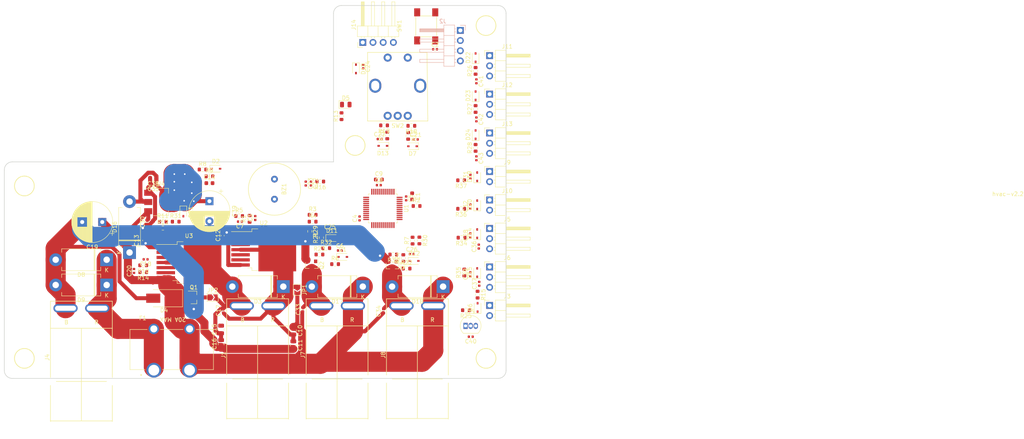
<source format=kicad_pcb>
(kicad_pcb (version 20171130) (host pcbnew 5.1.10-88a1d61d58~90~ubuntu20.04.1)
  (layers (0 F.Cu signal) (31 B.Cu signal) (34 B.Paste user) (35 F.Paste user) (36 B.SilkS user) (37 F.SilkS user) (38 B.Mask user) (39 F.Mask user) (44 Edge.Cuts user))
  (net 0 "")
  (net 1 +BATT)
  (net 2 GND)
  (net 3 VCC)
  (net 4 "Net-(BZ1-Pad1)")
  (net 5 /NRST)
  (net 6 /BRIDGE_SENSE_P)
  (net 7 /FAN_SENSE)
  (net 8 "Net-(C7-Pad2)")
  (net 9 /FAN_P)
  (net 10 /VBATT_DIV)
  (net 11 /FAN_N)
  (net 12 "Net-(C18-Pad1)")
  (net 13 /BRIDGE_SENSE_N)
  (net 14 /ENC_A)
  (net 15 /BUTTON)
  (net 16 /PUMP_SENSE)
  (net 17 /ACC_SENSE)
  (net 18 /ENC_B)
  (net 19 /SW_2)
  (net 20 /SW_3)
  (net 21 /SW_WATER)
  (net 22 /SW_1)
  (net 23 /PUMP_OUT)
  (net 24 /ACC_OUT)
  (net 25 /LED)
  (net 26 "Net-(D5-Pad1)")
  (net 27 "Net-(D6-Pad2)")
  (net 28 "Net-(D8-Pad1)")
  (net 29 /TEMP_INSIDE)
  (net 30 /TEMP_OUTSIDE)
  (net 31 /TEMP_AUX)
  (net 32 /SDA)
  (net 33 /SCL)
  (net 34 /SWDIO)
  (net 35 /SWCLK)
  (net 36 "Net-(JP2-Pad1)")
  (net 37 "Net-(Q1-Pad1)")
  (net 38 "Net-(Q2-Pad1)")
  (net 39 "Net-(Q3-Pad1)")
  (net 40 /BOOT0)
  (net 41 "Net-(R3-Pad2)")
  (net 42 /BRIDGE_P)
  (net 43 "Net-(R4-Pad2)")
  (net 44 /BRIDGE_ENABLE)
  (net 45 /FAN_SIGNAL)
  (net 46 "Net-(R11-Pad1)")
  (net 47 /BRIDGE_N)
  (net 48 "Net-(R12-Pad1)")
  (net 49 /PWM_OUT)
  (net 50 /BUZZER)
  (net 51 "Net-(R17-Pad1)")
  (net 52 "Net-(R19-Pad1)")
  (net 53 /PUMP_SIGNAL)
  (net 54 /ACC_SIGNAL)
  (net 55 /TEMP_BUILTIN)
  (net 56 "Net-(C28-Pad1)")
  (net 57 "Net-(C29-Pad1)")
  (net 58 "Net-(C31-Pad1)")
  (net 59 "Net-(C32-Pad1)")
  (module homebrew:SLOT_W2mm_H8mm (layer F.Cu) (at 142.1 138.8)
    (fp_text reference H6 (at 0 0.5) (layer F.SilkS))
    (fp_text value SLOT)
    (pad "" np_thru_hole oval (at 0 0) (size 2 8) (drill oval 2 8) (layers *.Cu *.Mask))
  )
  (module homebrew:FUSE_3550-2 (layer F.Cu) (at 71.7 144.8)
    (fp_text reference F1 (at -7.225 -7.835) (layer F.SilkS))
    (fp_text value ATC)
    (pad 2 thru_hole circle (at 4.45 5.15) (size 3.706 3.706) (drill 2.69) (layers *.Cu *.Mask) (net 1 +BATT))
    (pad 1 thru_hole circle (at -4.45 5.15) (size 3.706 3.706) (drill 2.69) (layers *.Cu *.Mask) (net 28 "Net-(D8-Pad1)"))
    (pad 2 thru_hole circle (at 4.45 -5.15) (size 2.625 2.625) (drill 1.75) (layers *.Cu *.Mask) (net 1 +BATT))
    (pad 1 thru_hole circle (at -4.45 -5.15) (size 2.625 2.625) (drill 1.75) (layers *.Cu *.Mask) (net 28 "Net-(D8-Pad1)"))
  )
  (module homebrew:MURATA_PKM13EPYH4000-A0 (layer F.Cu) (at 97.3 104.8 270)
    (fp_text reference BZ1 (at 0 -2.4 90) (layer F.SilkS))
    (fp_text value Buzzer)
    (pad 2 thru_hole circle (at 2.5 0 270) (size 1.7 1.7) (drill 0.8) (layers *.Cu *.Mask) (net 2 GND))
    (pad 1 thru_hole circle (at -2.5 0 270) (size 1.7 1.7) (drill 0.8) (layers *.Cu *.Mask) (net 4 "Net-(BZ1-Pad1)"))
  )
  (module Resistor_SMD:R_0603_1608Metric (layer F.Cu) (at 143.8 102.6 180)
    (fp_text reference R37 (at 0 -1.43) (layer F.SilkS))
    (fp_text value 150)
    (pad 2 smd roundrect (at 0.825 0 180) (size 0.8 0.95) (layers F.Cu F.Paste F.Mask) (net 21 /SW_WATER))
    (pad 1 smd roundrect (at -0.825 0 180) (size 0.8 0.95) (layers F.Cu F.Paste F.Mask) (net 58 "Net-(C31-Pad1)"))
  )
  (module Resistor_SMD:R_0603_1608Metric (layer F.Cu) (at 143.8 109.7 180)
    (fp_text reference R36 (at 0 -1.43) (layer F.SilkS))
    (fp_text value 150)
    (pad 2 smd roundrect (at 0.825 0 180) (size 0.8 0.95) (layers F.Cu F.Paste F.Mask) (net 22 /SW_1))
    (pad 1 smd roundrect (at -0.825 0 180) (size 0.8 0.95) (layers F.Cu F.Paste F.Mask) (net 59 "Net-(C32-Pad1)"))
  )
  (module Resistor_SMD:R_0603_1608Metric (layer F.Cu) (at 144.6 125.6 90)
    (fp_text reference R35 (at 0 -1.43 90) (layer F.SilkS))
    (fp_text value 150)
    (pad 2 smd roundrect (at 0.825 0 90) (size 0.8 0.95) (layers F.Cu F.Paste F.Mask) (net 20 /SW_3))
    (pad 1 smd roundrect (at -0.825 0 90) (size 0.8 0.95) (layers F.Cu F.Paste F.Mask) (net 57 "Net-(C29-Pad1)"))
  )
  (module Resistor_SMD:R_0603_1608Metric (layer F.Cu) (at 143.9 116.9 180)
    (fp_text reference R34 (at 0 -1.43) (layer F.SilkS))
    (fp_text value 150)
    (pad 2 smd roundrect (at 0.825 0 180) (size 0.8 0.95) (layers F.Cu F.Paste F.Mask) (net 19 /SW_2))
    (pad 1 smd roundrect (at -0.825 0 180) (size 0.8 0.95) (layers F.Cu F.Paste F.Mask) (net 56 "Net-(C28-Pad1)"))
  )
  (module homebrew:HOLE_M4 (layer F.Cu) (at 117.4 93.9)
    (fp_text reference H5 hide)
    (fp_text value HOLE hide)
    (pad "" np_thru_hole circle (at 0 0) (size 4.5 4.5) (drill 4.5) (layers *.Cu *.Mask) (clearance 2.2))
  )
  (module homebrew:BOURNS_PEC12R-4xxxF-Sxxxx (layer F.Cu) (at 128 79)
    (fp_text reference SW2 (at 0 10) (layer F.SilkS))
    (fp_text value Rotary_Encoder_Switch)
    (pad ~ thru_hole oval (at 5.6 0) (size 3 3.5) (drill oval 2 2.5) (layers *.Cu *.Mask))
    (pad ~ thru_hole oval (at -5.6 0) (size 3 3.5) (drill oval 2 2.5) (layers *.Cu *.Mask))
    (pad S2 thru_hole circle (at 2.5 -7) (size 2 2) (drill 1.1) (layers *.Cu *.Mask) (net 2 GND))
    (pad S1 thru_hole circle (at -2.5 -7) (size 2 2) (drill 1.1) (layers *.Cu *.Mask) (net 15 /BUTTON))
    (pad B thru_hole circle (at 2.5 7.5) (size 2 2) (drill 1.1) (layers *.Cu *.Mask) (net 51 "Net-(R17-Pad1)"))
    (pad A thru_hole circle (at -2.5 7.5) (size 2 2) (drill 1.1) (layers *.Cu *.Mask) (net 52 "Net-(R19-Pad1)"))
    (pad C thru_hole circle (at 0 7.5) (size 2 2) (drill 1.1) (layers *.Cu *.Mask) (net 2 GND))
  )
  (module Resistor_SMD:R_0603_1608Metric (layer F.Cu) (at 126.9 121.1 180)
    (fp_text reference R33 (at 0 -1.43) (layer F.SilkS))
    (fp_text value 10k)
    (pad 2 smd roundrect (at 0.825 0 180) (size 0.8 0.95) (layers F.Cu F.Paste F.Mask) (net 2 GND))
    (pad 1 smd roundrect (at -0.825 0 180) (size 0.8 0.95) (layers F.Cu F.Paste F.Mask) (net 54 /ACC_SIGNAL))
  )
  (module Resistor_SMD:R_0603_1608Metric (layer F.Cu) (at 110.2 119.5)
    (fp_text reference R32 (at 0 -1.43) (layer F.SilkS))
    (fp_text value 10k)
    (pad 2 smd roundrect (at 0.825 0) (size 0.8 0.95) (layers F.Cu F.Paste F.Mask) (net 2 GND))
    (pad 1 smd roundrect (at -0.825 0) (size 0.8 0.95) (layers F.Cu F.Paste F.Mask) (net 53 /PUMP_SIGNAL))
  )
  (module Resistor_SMD:R_0603_1608Metric (layer F.Cu) (at 72.7 112.9)
    (fp_text reference R31 (at 0 -1.43) (layer F.SilkS))
    (fp_text value 110k)
    (pad 2 smd roundrect (at 0.825 0) (size 0.8 0.95) (layers F.Cu F.Paste F.Mask) (net 2 GND))
    (pad 1 smd roundrect (at -0.825 0) (size 0.8 0.95) (layers F.Cu F.Paste F.Mask) (net 44 /BRIDGE_ENABLE))
  )
  (module Resistor_SMD:R_0603_1608Metric (layer F.Cu) (at 133.4 117.6 270)
    (fp_text reference R30 (at 0 -1.43 90) (layer F.SilkS))
    (fp_text value 10k)
    (pad 2 smd roundrect (at 0.825 0 270) (size 0.8 0.95) (layers F.Cu F.Paste F.Mask) (net 2 GND))
    (pad 1 smd roundrect (at -0.825 0 270) (size 0.8 0.95) (layers F.Cu F.Paste F.Mask) (net 45 /FAN_SIGNAL))
  )
  (module Resistor_SMD:R_0603_1608Metric (layer F.Cu) (at 106.1 115.325 270)
    (fp_text reference R29 (at 0 -1.43 90) (layer F.SilkS))
    (fp_text value 110k)
    (pad 2 smd roundrect (at 0.825 0 270) (size 0.8 0.95) (layers F.Cu F.Paste F.Mask) (net 2 GND))
    (pad 1 smd roundrect (at -0.825 0 270) (size 0.8 0.95) (layers F.Cu F.Paste F.Mask) (net 44 /BRIDGE_ENABLE))
  )
  (module homebrew:Anderson_1336G1_right_angle_bottom_two (layer F.Cu) (at 93.1 133.9 180)
    (fp_text reference J1 (at 8.5 -12.25 90) (layer F.SilkS))
    (fp_text value Anderson_two_redblack)
    (fp_text user R (at -3.75 -3.5) (layer F.SilkS))
    (fp_text user B (at 3.75 -3.5) (layer F.SilkS))
    (pad 2 thru_hole oval (at 3.95 0 180) (size 6.03 2.07) (drill oval 5.23 1.27) (layers *.Cu *.Mask) (net 11 /FAN_N))
    (pad 1 thru_hole oval (at -3.95 0 180) (size 6.03 2.07) (drill oval 5.23 1.27) (layers *.Cu *.Mask) (net 9 /FAN_P))
  )
  (module Package_TO_SOT_THT:TO-92_Inline (layer F.Cu) (at 144.9 138.9)
    (fp_text reference U5 (at 1.27 -3.56) (layer F.SilkS))
    (fp_text value DS18B20)
    (pad 1 thru_hole rect (at 0 0) (size 1.05 1.5) (drill 0.75) (layers *.Cu *.Mask) (net 2 GND))
    (pad 3 thru_hole oval (at 2.54 0) (size 1.05 1.5) (drill 0.75) (layers *.Cu *.Mask) (net 3 VCC))
    (pad 2 thru_hole oval (at 1.27 0) (size 1.05 1.5) (drill 0.75) (layers *.Cu *.Mask) (net 55 /TEMP_BUILTIN))
  )
  (module Package_TO_SOT_SMD:SOT-223-3_TabPin2 (layer F.Cu) (at 69 108)
    (fp_text reference U4 (at 0 -4.5) (layer F.SilkS))
    (fp_text value AMS1117-3.3)
    (pad 1 smd rect (at -3.15 -2.3) (size 2 1.5) (layers F.Cu F.Paste F.Mask) (net 2 GND))
    (pad 3 smd rect (at -3.15 2.3) (size 2 1.5) (layers F.Cu F.Paste F.Mask) (net 1 +BATT))
    (pad 2 smd rect (at -3.15 0) (size 2 1.5) (layers F.Cu F.Paste F.Mask) (net 3 VCC))
    (pad 2 smd rect (at 3.15 0) (size 2 3.8) (layers F.Cu F.Paste F.Mask) (net 3 VCC))
  )
  (module Package_TO_SOT_SMD:TO-263-7_TabPin8 (layer F.Cu) (at 76 123.1)
    (fp_text reference U3 (at 0 -6.65) (layer F.SilkS))
    (fp_text value IFX007T)
    (pad 8 smd rect (at 3.375 0) (size 9.4 10.8) (layers F.Cu F.Mask) (net 11 /FAN_N))
    (pad 7 smd rect (at -5.775 3.81) (size 4.6 0.8) (layers F.Cu F.Paste F.Mask) (net 1 +BATT))
    (pad 6 smd rect (at -5.775 2.54) (size 4.6 0.8) (layers F.Cu F.Paste F.Mask) (net 13 /BRIDGE_SENSE_N))
    (pad 5 smd rect (at -5.775 1.27) (size 4.6 0.8) (layers F.Cu F.Paste F.Mask) (net 12 "Net-(C18-Pad1)"))
    (pad 4 smd rect (at -5.775 0) (size 4.6 0.8) (layers F.Cu F.Paste F.Mask) (net 11 /FAN_N))
    (pad 3 smd rect (at -5.775 -1.27) (size 4.6 0.8) (layers F.Cu F.Paste F.Mask) (net 46 "Net-(R11-Pad1)"))
    (pad 2 smd rect (at -5.775 -2.54) (size 4.6 0.8) (layers F.Cu F.Paste F.Mask) (net 48 "Net-(R12-Pad1)"))
    (pad 1 smd rect (at -5.775 -3.81) (size 4.6 0.8) (layers F.Cu F.Paste F.Mask) (net 2 GND))
  )
  (module Package_TO_SOT_SMD:TO-263-7_TabPin8 (layer F.Cu) (at 94.625 119.9)
    (fp_text reference U2 (at 0 -6.65) (layer F.SilkS))
    (fp_text value IFX007T)
    (pad 8 smd rect (at 3.375 0) (size 9.4 10.8) (layers F.Cu F.Mask) (net 9 /FAN_P))
    (pad 7 smd rect (at -5.775 3.81) (size 4.6 0.8) (layers F.Cu F.Paste F.Mask) (net 1 +BATT))
    (pad 6 smd rect (at -5.775 2.54) (size 4.6 0.8) (layers F.Cu F.Paste F.Mask) (net 6 /BRIDGE_SENSE_P))
    (pad 5 smd rect (at -5.775 1.27) (size 4.6 0.8) (layers F.Cu F.Paste F.Mask) (net 8 "Net-(C7-Pad2)"))
    (pad 4 smd rect (at -5.775 0) (size 4.6 0.8) (layers F.Cu F.Paste F.Mask) (net 9 /FAN_P))
    (pad 3 smd rect (at -5.775 -1.27) (size 4.6 0.8) (layers F.Cu F.Paste F.Mask) (net 43 "Net-(R4-Pad2)"))
    (pad 2 smd rect (at -5.775 -2.54) (size 4.6 0.8) (layers F.Cu F.Paste F.Mask) (net 41 "Net-(R3-Pad2)"))
    (pad 1 smd rect (at -5.775 -3.81) (size 4.6 0.8) (layers F.Cu F.Paste F.Mask) (net 2 GND))
  )
  (module Package_QFP:LQFP-48_7x7mm_P0.5mm (layer F.Cu) (at 124.3 109.6 270)
    (fp_text reference U1 (at 0 -5.85 90) (layer F.SilkS))
    (fp_text value STM32F030C8Tx)
    (pad 48 smd roundrect (at -2.75 -4.1625 270) (size 0.3 1.475) (layers F.Cu F.Paste F.Mask) (net 3 VCC))
    (pad 47 smd roundrect (at -2.25 -4.1625 270) (size 0.3 1.475) (layers F.Cu F.Paste F.Mask) (net 2 GND))
    (pad 46 smd roundrect (at -1.75 -4.1625 270) (size 0.3 1.475) (layers F.Cu F.Paste F.Mask) (net 54 /ACC_SIGNAL))
    (pad 45 smd roundrect (at -1.25 -4.1625 270) (size 0.3 1.475) (layers F.Cu F.Paste F.Mask) (net 31 /TEMP_AUX))
    (pad 44 smd roundrect (at -0.75 -4.1625 270) (size 0.3 1.475) (layers F.Cu F.Paste F.Mask) (net 40 /BOOT0))
    (pad 43 smd roundrect (at -0.25 -4.1625 270) (size 0.3 1.475) (layers F.Cu F.Paste F.Mask) (net 30 /TEMP_OUTSIDE))
    (pad 42 smd roundrect (at 0.25 -4.1625 270) (size 0.3 1.475) (layers F.Cu F.Paste F.Mask) (net 29 /TEMP_INSIDE))
    (pad 41 smd roundrect (at 0.75 -4.1625 270) (size 0.3 1.475) (layers F.Cu F.Paste F.Mask) (net 55 /TEMP_BUILTIN))
    (pad 40 smd roundrect (at 1.25 -4.1625 270) (size 0.3 1.475) (layers F.Cu F.Paste F.Mask))
    (pad 39 smd roundrect (at 1.75 -4.1625 270) (size 0.3 1.475) (layers F.Cu F.Paste F.Mask) (net 42 /BRIDGE_P))
    (pad 38 smd roundrect (at 2.25 -4.1625 270) (size 0.3 1.475) (layers F.Cu F.Paste F.Mask))
    (pad 37 smd roundrect (at 2.75 -4.1625 270) (size 0.3 1.475) (layers F.Cu F.Paste F.Mask) (net 35 /SWCLK))
    (pad 36 smd roundrect (at 4.1625 -2.75 270) (size 1.475 0.3) (layers F.Cu F.Paste F.Mask))
    (pad 35 smd roundrect (at 4.1625 -2.25 270) (size 1.475 0.3) (layers F.Cu F.Paste F.Mask))
    (pad 34 smd roundrect (at 4.1625 -1.75 270) (size 1.475 0.3) (layers F.Cu F.Paste F.Mask) (net 34 /SWDIO))
    (pad 33 smd roundrect (at 4.1625 -1.25 270) (size 1.475 0.3) (layers F.Cu F.Paste F.Mask))
    (pad 32 smd roundrect (at 4.1625 -0.75 270) (size 1.475 0.3) (layers F.Cu F.Paste F.Mask) (net 25 /LED))
    (pad 31 smd roundrect (at 4.1625 -0.25 270) (size 1.475 0.3) (layers F.Cu F.Paste F.Mask) (net 53 /PUMP_SIGNAL))
    (pad 30 smd roundrect (at 4.1625 0.25 270) (size 1.475 0.3) (layers F.Cu F.Paste F.Mask) (net 45 /FAN_SIGNAL))
    (pad 29 smd roundrect (at 4.1625 0.75 270) (size 1.475 0.3) (layers F.Cu F.Paste F.Mask) (net 49 /PWM_OUT))
    (pad 28 smd roundrect (at 4.1625 1.25 270) (size 1.475 0.3) (layers F.Cu F.Paste F.Mask) (net 18 /ENC_B))
    (pad 27 smd roundrect (at 4.1625 1.75 270) (size 1.475 0.3) (layers F.Cu F.Paste F.Mask) (net 14 /ENC_A))
    (pad 26 smd roundrect (at 4.1625 2.25 270) (size 1.475 0.3) (layers F.Cu F.Paste F.Mask) (net 20 /SW_3))
    (pad 25 smd roundrect (at 4.1625 2.75 270) (size 1.475 0.3) (layers F.Cu F.Paste F.Mask) (net 19 /SW_2))
    (pad 24 smd roundrect (at 2.75 4.1625 270) (size 0.3 1.475) (layers F.Cu F.Paste F.Mask) (net 3 VCC))
    (pad 23 smd roundrect (at 2.25 4.1625 270) (size 0.3 1.475) (layers F.Cu F.Paste F.Mask) (net 2 GND))
    (pad 22 smd roundrect (at 1.75 4.1625 270) (size 0.3 1.475) (layers F.Cu F.Paste F.Mask) (net 22 /SW_1))
    (pad 21 smd roundrect (at 1.25 4.1625 270) (size 0.3 1.475) (layers F.Cu F.Paste F.Mask) (net 21 /SW_WATER))
    (pad 20 smd roundrect (at 0.75 4.1625 270) (size 0.3 1.475) (layers F.Cu F.Paste F.Mask) (net 47 /BRIDGE_N))
    (pad 19 smd roundrect (at 0.25 4.1625 270) (size 0.3 1.475) (layers F.Cu F.Paste F.Mask) (net 50 /BUZZER))
    (pad 18 smd roundrect (at -0.25 4.1625 270) (size 0.3 1.475) (layers F.Cu F.Paste F.Mask) (net 44 /BRIDGE_ENABLE))
    (pad 17 smd roundrect (at -0.75 4.1625 270) (size 0.3 1.475) (layers F.Cu F.Paste F.Mask) (net 17 /ACC_SENSE))
    (pad 16 smd roundrect (at -1.25 4.1625 270) (size 0.3 1.475) (layers F.Cu F.Paste F.Mask) (net 7 /FAN_SENSE))
    (pad 15 smd roundrect (at -1.75 4.1625 270) (size 0.3 1.475) (layers F.Cu F.Paste F.Mask) (net 16 /PUMP_SENSE))
    (pad 14 smd roundrect (at -2.25 4.1625 270) (size 0.3 1.475) (layers F.Cu F.Paste F.Mask) (net 10 /VBATT_DIV))
    (pad 13 smd roundrect (at -2.75 4.1625 270) (size 0.3 1.475) (layers F.Cu F.Paste F.Mask) (net 13 /BRIDGE_SENSE_N))
    (pad 12 smd roundrect (at -4.1625 2.75 270) (size 1.475 0.3) (layers F.Cu F.Paste F.Mask) (net 6 /BRIDGE_SENSE_P))
    (pad 11 smd roundrect (at -4.1625 2.25 270) (size 1.475 0.3) (layers F.Cu F.Paste F.Mask) (net 16 /PUMP_SENSE))
    (pad 10 smd roundrect (at -4.1625 1.75 270) (size 1.475 0.3) (layers F.Cu F.Paste F.Mask) (net 10 /VBATT_DIV))
    (pad 9 smd roundrect (at -4.1625 1.25 270) (size 1.475 0.3) (layers F.Cu F.Paste F.Mask) (net 3 VCC))
    (pad 8 smd roundrect (at -4.1625 0.75 270) (size 1.475 0.3) (layers F.Cu F.Paste F.Mask) (net 2 GND))
    (pad 7 smd roundrect (at -4.1625 0.25 270) (size 1.475 0.3) (layers F.Cu F.Paste F.Mask) (net 5 /NRST))
    (pad 6 smd roundrect (at -4.1625 -0.25 270) (size 1.475 0.3) (layers F.Cu F.Paste F.Mask) (net 33 /SCL))
    (pad 5 smd roundrect (at -4.1625 -0.75 270) (size 1.475 0.3) (layers F.Cu F.Paste F.Mask) (net 32 /SDA))
    (pad 4 smd roundrect (at -4.1625 -1.25 270) (size 1.475 0.3) (layers F.Cu F.Paste F.Mask))
    (pad 3 smd roundrect (at -4.1625 -1.75 270) (size 1.475 0.3) (layers F.Cu F.Paste F.Mask))
    (pad 2 smd roundrect (at -4.1625 -2.25 270) (size 1.475 0.3) (layers F.Cu F.Paste F.Mask))
    (pad 1 smd roundrect (at -4.1625 -2.75 270) (size 1.475 0.3) (layers F.Cu F.Paste F.Mask) (net 3 VCC))
  )
  (module homebrew:SW_TACTILE_5.1MM_TS-1187A-C-D-B (layer F.Cu) (at 135.1 64.2 90)
    (fp_text reference SW1 (at 0.1 -6.7 90) (layer F.SilkS))
    (fp_text value SW_Push)
    (pad 2 smd rect (at 3.5 2.25 90) (size 2 1.5) (layers F.Cu F.Paste F.Mask) (net 2 GND))
    (pad 2 smd rect (at -3.5 2.25 90) (size 2 1.5) (layers F.Cu F.Paste F.Mask) (net 2 GND))
    (pad 1 smd rect (at 3.5 -2.25 90) (size 2 1.5) (layers F.Cu F.Paste F.Mask) (net 5 /NRST))
    (pad 1 smd rect (at -3.5 -2.25 90) (size 2 1.5) (layers F.Cu F.Paste F.Mask) (net 5 /NRST))
  )
  (module Resistor_SMD:R_0603_1608Metric (layer F.Cu) (at 147.4 94.5 90)
    (fp_text reference R28 (at 0 -1.43 90) (layer F.SilkS))
    (fp_text value 4k7)
    (pad 2 smd roundrect (at 0.825 0 90) (size 0.8 0.95) (layers F.Cu F.Paste F.Mask) (net 31 /TEMP_AUX))
    (pad 1 smd roundrect (at -0.825 0 90) (size 0.8 0.95) (layers F.Cu F.Paste F.Mask) (net 3 VCC))
  )
  (module Resistor_SMD:R_0603_1608Metric (layer F.Cu) (at 147.4 84.8 90)
    (fp_text reference R27 (at 0 -1.43 90) (layer F.SilkS))
    (fp_text value 4k7)
    (pad 2 smd roundrect (at 0.825 0 90) (size 0.8 0.95) (layers F.Cu F.Paste F.Mask) (net 30 /TEMP_OUTSIDE))
    (pad 1 smd roundrect (at -0.825 0 90) (size 0.8 0.95) (layers F.Cu F.Paste F.Mask) (net 3 VCC))
  )
  (module Resistor_SMD:R_0603_1608Metric (layer F.Cu) (at 147.4 75.3 90)
    (fp_text reference R26 (at 0 -1.43 90) (layer F.SilkS))
    (fp_text value 4k7)
    (pad 2 smd roundrect (at 0.825 0 90) (size 0.8 0.95) (layers F.Cu F.Paste F.Mask) (net 29 /TEMP_INSIDE))
    (pad 1 smd roundrect (at -0.825 0 90) (size 0.8 0.95) (layers F.Cu F.Paste F.Mask) (net 3 VCC))
  )
  (module Resistor_SMD:R_0603_1608Metric (layer F.Cu) (at 145 135 180)
    (fp_text reference R25 (at 0 -1.43) (layer F.SilkS))
    (fp_text value 4k7)
    (pad 2 smd roundrect (at 0.825 0 180) (size 0.8 0.95) (layers F.Cu F.Paste F.Mask) (net 55 /TEMP_BUILTIN))
    (pad 1 smd roundrect (at -0.825 0 180) (size 0.8 0.95) (layers F.Cu F.Paste F.Mask) (net 3 VCC))
  )
  (module Resistor_SMD:R_0603_1608Metric (layer F.Cu) (at 129.4 122 90)
    (fp_text reference R24 (at 0 -1.43 90) (layer F.SilkS))
    (fp_text value 150)
    (pad 2 smd roundrect (at 0.825 0 90) (size 0.8 0.95) (layers F.Cu F.Paste F.Mask) (net 54 /ACC_SIGNAL))
    (pad 1 smd roundrect (at -0.825 0 90) (size 0.8 0.95) (layers F.Cu F.Paste F.Mask) (net 39 "Net-(Q3-Pad1)"))
  )
  (module Resistor_SMD:R_0603_1608Metric (layer F.Cu) (at 108.5 121.1)
    (fp_text reference R23 (at 0 -1.43) (layer F.SilkS))
    (fp_text value 150)
    (pad 2 smd roundrect (at 0.825 0) (size 0.8 0.95) (layers F.Cu F.Paste F.Mask) (net 53 /PUMP_SIGNAL))
    (pad 1 smd roundrect (at -0.825 0) (size 0.8 0.95) (layers F.Cu F.Paste F.Mask) (net 38 "Net-(Q2-Pad1)"))
  )
  (module Resistor_SMD:R_0603_1608Metric (layer F.Cu) (at 130.2 124.6)
    (fp_text reference R22 (at 0 -1.43) (layer F.SilkS))
    (fp_text value 24k)
    (pad 2 smd roundrect (at 0.825 0) (size 0.8 0.95) (layers F.Cu F.Paste F.Mask) (net 17 /ACC_SENSE))
    (pad 1 smd roundrect (at -0.825 0) (size 0.8 0.95) (layers F.Cu F.Paste F.Mask) (net 24 /ACC_OUT))
  )
  (module Resistor_SMD:R_0603_1608Metric (layer F.Cu) (at 109 116.9 90)
    (fp_text reference R21 (at 0 -1.43 90) (layer F.SilkS))
    (fp_text value 24k)
    (pad 2 smd roundrect (at 0.825 0 90) (size 0.8 0.95) (layers F.Cu F.Paste F.Mask) (net 16 /PUMP_SENSE))
    (pad 1 smd roundrect (at -0.825 0 90) (size 0.8 0.95) (layers F.Cu F.Paste F.Mask) (net 23 /PUMP_OUT))
  )
  (module Resistor_SMD:R_0603_1608Metric (layer F.Cu) (at 125.4 91.4 90)
    (fp_text reference R20 (at 0 -1.43 90) (layer F.SilkS))
    (fp_text value 10k)
    (pad 2 smd roundrect (at 0.825 0 90) (size 0.8 0.95) (layers F.Cu F.Paste F.Mask) (net 52 "Net-(R19-Pad1)"))
    (pad 1 smd roundrect (at -0.825 0 90) (size 0.8 0.95) (layers F.Cu F.Paste F.Mask) (net 18 /ENC_B))
  )
  (module Resistor_SMD:R_0603_1608Metric (layer F.Cu) (at 124.6 88.9 180)
    (fp_text reference R19 (at 0 -1.43) (layer F.SilkS))
    (fp_text value 10k)
    (pad 2 smd roundrect (at 0.825 0 180) (size 0.8 0.95) (layers F.Cu F.Paste F.Mask) (net 3 VCC))
    (pad 1 smd roundrect (at -0.825 0 180) (size 0.8 0.95) (layers F.Cu F.Paste F.Mask) (net 52 "Net-(R19-Pad1)"))
  )
  (module Resistor_SMD:R_0603_1608Metric (layer F.Cu) (at 131.4 89 180)
    (fp_text reference R18 (at 0 -1.43) (layer F.SilkS))
    (fp_text value 10k)
    (pad 2 smd roundrect (at 0.825 0 180) (size 0.8 0.95) (layers F.Cu F.Paste F.Mask) (net 51 "Net-(R17-Pad1)"))
    (pad 1 smd roundrect (at -0.825 0 180) (size 0.8 0.95) (layers F.Cu F.Paste F.Mask) (net 3 VCC))
  )
  (module Resistor_SMD:R_0603_1608Metric (layer F.Cu) (at 130.6 91.5 270)
    (fp_text reference R17 (at 0 -1.43 90) (layer F.SilkS))
    (fp_text value 10k)
    (pad 2 smd roundrect (at 0.825 0 270) (size 0.8 0.95) (layers F.Cu F.Paste F.Mask) (net 14 /ENC_A))
    (pad 1 smd roundrect (at -0.825 0 270) (size 0.8 0.95) (layers F.Cu F.Paste F.Mask) (net 51 "Net-(R17-Pad1)"))
  )
  (module Resistor_SMD:R_0603_1608Metric (layer F.Cu) (at 108.7 102.9 180)
    (fp_text reference R16 (at 0 -1.43) (layer F.SilkS))
    (fp_text value 47)
    (pad 2 smd roundrect (at 0.825 0 180) (size 0.8 0.95) (layers F.Cu F.Paste F.Mask) (net 4 "Net-(BZ1-Pad1)"))
    (pad 1 smd roundrect (at -0.825 0 180) (size 0.8 0.95) (layers F.Cu F.Paste F.Mask) (net 50 /BUZZER))
  )
  (module Resistor_SMD:R_0603_1608Metric (layer F.Cu) (at 147.9 131.1 270)
    (fp_text reference R15 (at 0 -1.43 90) (layer F.SilkS))
    (fp_text value 150)
    (pad 2 smd roundrect (at 0.825 0 270) (size 0.8 0.95) (layers F.Cu F.Paste F.Mask) (net 27 "Net-(D6-Pad2)"))
    (pad 1 smd roundrect (at -0.825 0 270) (size 0.8 0.95) (layers F.Cu F.Paste F.Mask) (net 49 /PWM_OUT))
  )
  (module Resistor_SMD:R_0603_1608Metric (layer F.Cu) (at 64.6 125.5 180)
    (fp_text reference R14 (at 0 -1.43) (layer F.SilkS))
    (fp_text value 470)
    (pad 2 smd roundrect (at 0.825 0 180) (size 0.8 0.95) (layers F.Cu F.Paste F.Mask) (net 2 GND))
    (pad 1 smd roundrect (at -0.825 0 180) (size 0.8 0.95) (layers F.Cu F.Paste F.Mask) (net 13 /BRIDGE_SENSE_N))
  )
  (module Resistor_SMD:R_0603_1608Metric (layer F.Cu) (at 114 86.6 90)
    (fp_text reference R13 (at 0 -1.43 90) (layer F.SilkS))
    (fp_text value 150)
    (pad 2 smd roundrect (at 0.825 0 90) (size 0.8 0.95) (layers F.Cu F.Paste F.Mask) (net 26 "Net-(D5-Pad1)"))
    (pad 1 smd roundrect (at -0.825 0 90) (size 0.8 0.95) (layers F.Cu F.Paste F.Mask) (net 2 GND))
  )
  (module Resistor_SMD:R_0603_1608Metric (layer F.Cu) (at 69.5 114.5)
    (fp_text reference R12 (at 0 -1.43) (layer F.SilkS))
    (fp_text value 10k)
    (pad 2 smd roundrect (at 0.825 0) (size 0.8 0.95) (layers F.Cu F.Paste F.Mask) (net 47 /BRIDGE_N))
    (pad 1 smd roundrect (at -0.825 0) (size 0.8 0.95) (layers F.Cu F.Paste F.Mask) (net 48 "Net-(R12-Pad1)"))
  )
  (module Resistor_SMD:R_0603_1608Metric (layer F.Cu) (at 69.5 112.9)
    (fp_text reference R11 (at 0 -1.43) (layer F.SilkS))
    (fp_text value 10k)
    (pad 2 smd roundrect (at 0.825 0) (size 0.8 0.95) (layers F.Cu F.Paste F.Mask) (net 44 /BRIDGE_ENABLE))
    (pad 1 smd roundrect (at -0.825 0) (size 0.8 0.95) (layers F.Cu F.Paste F.Mask) (net 46 "Net-(R11-Pad1)"))
  )
  (module Resistor_SMD:R_0603_1608Metric (layer F.Cu) (at 64.6 123.8 180)
    (fp_text reference R10 (at 0 -1.43) (layer F.SilkS))
    (fp_text value 10k)
    (pad 2 smd roundrect (at 0.825 0 180) (size 0.8 0.95) (layers F.Cu F.Paste F.Mask) (net 2 GND))
    (pad 1 smd roundrect (at -0.825 0 180) (size 0.8 0.95) (layers F.Cu F.Paste F.Mask) (net 12 "Net-(C18-Pad1)"))
  )
  (module Resistor_SMD:R_0603_1608Metric (layer F.Cu) (at 81.1 101.6)
    (fp_text reference R9 (at 0 -1.43) (layer F.SilkS))
    (fp_text value 110k)
    (pad 2 smd roundrect (at 0.825 0) (size 0.8 0.95) (layers F.Cu F.Paste F.Mask) (net 2 GND))
    (pad 1 smd roundrect (at -0.825 0) (size 0.8 0.95) (layers F.Cu F.Paste F.Mask) (net 10 /VBATT_DIV))
  )
  (module Resistor_SMD:R_0603_1608Metric (layer F.Cu) (at 79.4 99.9)
    (fp_text reference R8 (at 0 -1.43) (layer F.SilkS))
    (fp_text value 390k)
    (pad 2 smd roundrect (at 0.825 0) (size 0.8 0.95) (layers F.Cu F.Paste F.Mask) (net 10 /VBATT_DIV))
    (pad 1 smd roundrect (at -0.825 0) (size 0.8 0.95) (layers F.Cu F.Paste F.Mask) (net 1 +BATT))
  )
  (module Resistor_SMD:R_0603_1608Metric (layer F.Cu) (at 131.7 117.625 90)
    (fp_text reference R7 (at 0 -1.43 90) (layer F.SilkS))
    (fp_text value 150)
    (pad 2 smd roundrect (at 0.825 0 90) (size 0.8 0.95) (layers F.Cu F.Paste F.Mask) (net 45 /FAN_SIGNAL))
    (pad 1 smd roundrect (at -0.825 0 90) (size 0.8 0.95) (layers F.Cu F.Paste F.Mask) (net 37 "Net-(Q1-Pad1)"))
  )
  (module Resistor_SMD:R_0603_1608Metric (layer F.Cu) (at 112.4 123.5)
    (fp_text reference R6 (at 0 -1.43) (layer F.SilkS))
    (fp_text value 24k)
    (pad 2 smd roundrect (at 0.825 0) (size 0.8 0.95) (layers F.Cu F.Paste F.Mask) (net 7 /FAN_SENSE))
    (pad 1 smd roundrect (at -0.825 0) (size 0.8 0.95) (layers F.Cu F.Paste F.Mask) (net 36 "Net-(JP2-Pad1)"))
  )
  (module Resistor_SMD:R_0603_1608Metric (layer F.Cu) (at 88.5 111.5)
    (fp_text reference R5 (at 0 -1.43) (layer F.SilkS))
    (fp_text value 10k)
    (pad 2 smd roundrect (at 0.825 0) (size 0.8 0.95) (layers F.Cu F.Paste F.Mask) (net 2 GND))
    (pad 1 smd roundrect (at -0.825 0) (size 0.8 0.95) (layers F.Cu F.Paste F.Mask) (net 8 "Net-(C7-Pad2)"))
  )
  (module Resistor_SMD:R_0603_1608Metric (layer F.Cu) (at 106.8 112.9)
    (fp_text reference R4 (at 0 -1.43) (layer F.SilkS))
    (fp_text value 10k)
    (pad 2 smd roundrect (at 0.825 0) (size 0.8 0.95) (layers F.Cu F.Paste F.Mask) (net 43 "Net-(R4-Pad2)"))
    (pad 1 smd roundrect (at -0.825 0) (size 0.8 0.95) (layers F.Cu F.Paste F.Mask) (net 44 /BRIDGE_ENABLE))
  )
  (module Resistor_SMD:R_0603_1608Metric (layer F.Cu) (at 106.8 111.2)
    (fp_text reference R3 (at 0 -1.43) (layer F.SilkS))
    (fp_text value 10k)
    (pad 2 smd roundrect (at 0.825 0) (size 0.8 0.95) (layers F.Cu F.Paste F.Mask) (net 41 "Net-(R3-Pad2)"))
    (pad 1 smd roundrect (at -0.825 0) (size 0.8 0.95) (layers F.Cu F.Paste F.Mask) (net 42 /BRIDGE_P))
  )
  (module Resistor_SMD:R_0603_1608Metric (layer F.Cu) (at 132.7 109)
    (fp_text reference R2 (at 0 -1.43) (layer F.SilkS))
    (fp_text value 24k)
    (pad 2 smd roundrect (at 0.825 0) (size 0.8 0.95) (layers F.Cu F.Paste F.Mask) (net 2 GND))
    (pad 1 smd roundrect (at -0.825 0) (size 0.8 0.95) (layers F.Cu F.Paste F.Mask) (net 40 /BOOT0))
  )
  (module Resistor_SMD:R_0603_1608Metric (layer F.Cu) (at 91.1 112.2 90)
    (fp_text reference R1 (at 0 -1.43 90) (layer F.SilkS))
    (fp_text value 470)
    (pad 2 smd roundrect (at 0.825 0 90) (size 0.8 0.95) (layers F.Cu F.Paste F.Mask) (net 2 GND))
    (pad 1 smd roundrect (at -0.825 0 90) (size 0.8 0.95) (layers F.Cu F.Paste F.Mask) (net 6 /BRIDGE_SENSE_P))
  )
  (module Package_TO_SOT_SMD:SOT-23 (layer F.Cu) (at 126.7 123.9 270)
    (fp_text reference Q3 (at 0 -2.5 90) (layer F.SilkS))
    (fp_text value AO3400A)
    (pad 3 smd rect (at 1 0 270) (size 0.9 0.8) (layers F.Cu F.Paste F.Mask) (net 24 /ACC_OUT))
    (pad 2 smd rect (at -1 0.95 270) (size 0.9 0.8) (layers F.Cu F.Paste F.Mask) (net 2 GND))
    (pad 1 smd rect (at -1 -0.95 270) (size 0.9 0.8) (layers F.Cu F.Paste F.Mask) (net 39 "Net-(Q3-Pad1)"))
  )
  (module Package_TO_SOT_SMD:SOT-23 (layer F.Cu) (at 106.6 123.8 270)
    (fp_text reference Q2 (at 0 -2.5 90) (layer F.SilkS))
    (fp_text value AO3400A)
    (pad 3 smd rect (at 1 0 270) (size 0.9 0.8) (layers F.Cu F.Paste F.Mask) (net 23 /PUMP_OUT))
    (pad 2 smd rect (at -1 0.95 270) (size 0.9 0.8) (layers F.Cu F.Paste F.Mask) (net 2 GND))
    (pad 1 smd rect (at -1 -0.95 270) (size 0.9 0.8) (layers F.Cu F.Paste F.Mask) (net 38 "Net-(Q2-Pad1)"))
  )
  (module Package_TO_SOT_SMD:SOT-23 (layer F.Cu) (at 77.2 131.8)
    (fp_text reference Q1 (at 0 -2.5) (layer F.SilkS))
    (fp_text value AO3400A)
    (pad 3 smd rect (at 1 0) (size 0.9 0.8) (layers F.Cu F.Paste F.Mask) (net 36 "Net-(JP2-Pad1)"))
    (pad 2 smd rect (at -1 0.95) (size 0.9 0.8) (layers F.Cu F.Paste F.Mask) (net 2 GND))
    (pad 1 smd rect (at -1 -0.95) (size 0.9 0.8) (layers F.Cu F.Paste F.Mask) (net 37 "Net-(Q1-Pad1)"))
  )
  (module Jumper:SolderJumper-2_P1.3mm_Open_TrianglePad1.0x1.5mm (layer F.Cu) (at 81.9 131.8)
    (fp_text reference JP2 (at 0 -1.8) (layer F.SilkS))
    (fp_text value SolderJumper_2_Open)
    (pad 1 smd custom (at -0.725 0) (size 0.3 0.3) (layers F.Cu F.Mask) (net 36 "Net-(JP2-Pad1)") (options (clearance outline) (anchor rect)) (primitives (gr_poly (pts (xy -0.5 -0.75) (xy 0.5 -0.75) (xy 1 0) (xy 0.5 0.75) (xy -0.5 0.75)) (width 0))))
    (pad 2 smd custom (at 0.725 0) (size 0.3 0.3) (layers F.Cu F.Mask) (net 11 /FAN_N) (options (clearance outline) (anchor rect)) (primitives (gr_poly (pts (xy -0.65 -0.75) (xy 0.5 -0.75) (xy 0.5 0.75) (xy -0.65 0.75) (xy -0.15 0)) (width 0))))
  )
  (module Jumper:SolderJumper-2_P1.3mm_Open_TrianglePad1.0x1.5mm (layer F.Cu) (at 103 129.9 270)
    (fp_text reference JP1 (at 0 -1.8 90) (layer F.SilkS))
    (fp_text value SolderJumper_2_Open)
    (pad 1 smd custom (at -0.725 0 270) (size 0.3 0.3) (layers F.Cu F.Mask) (net 9 /FAN_P) (options (clearance outline) (anchor rect)) (primitives (gr_poly (pts (xy -0.5 -0.75) (xy 0.5 -0.75) (xy 1 0) (xy 0.5 0.75) (xy -0.5 0.75)) (width 0))))
    (pad 2 smd custom (at 0.725 0 270) (size 0.3 0.3) (layers F.Cu F.Mask) (net 1 +BATT) (options (clearance outline) (anchor rect)) (primitives (gr_poly (pts (xy -0.65 -0.75) (xy 0.5 -0.75) (xy 0.5 0.75) (xy -0.65 0.75) (xy -0.15 0)) (width 0))))
  )
  (module Connector_PinHeader_2.54mm:PinHeader_1x04_P2.54mm_Horizontal (layer F.Cu) (at 119.3 68.2 90)
    (fp_text reference J14 (at 4.385 -2.27 90) (layer F.SilkS))
    (fp_text value Conn_01x04)
    (pad 4 thru_hole oval (at 0 7.62 90) (size 1.7 1.7) (drill 1) (layers *.Cu *.Mask) (net 3 VCC))
    (pad 3 thru_hole oval (at 0 5.08 90) (size 1.7 1.7) (drill 1) (layers *.Cu *.Mask) (net 2 GND))
    (pad 2 thru_hole oval (at 0 2.54 90) (size 1.7 1.7) (drill 1) (layers *.Cu *.Mask) (net 34 /SWDIO))
    (pad 1 thru_hole rect (at 0 0 90) (size 1.7 1.7) (drill 1) (layers *.Cu *.Mask) (net 35 /SWCLK))
  )
  (module Connector_PinHeader_2.54mm:PinHeader_1x03_P2.54mm_Horizontal (layer F.Cu) (at 150.9 90.8)
    (fp_text reference J13 (at 4.385 -2.27) (layer F.SilkS))
    (fp_text value Conn_01x03)
    (pad 3 thru_hole oval (at 0 5.08) (size 1.7 1.7) (drill 1) (layers *.Cu *.Mask) (net 3 VCC))
    (pad 2 thru_hole oval (at 0 2.54) (size 1.7 1.7) (drill 1) (layers *.Cu *.Mask) (net 31 /TEMP_AUX))
    (pad 1 thru_hole rect (at 0 0) (size 1.7 1.7) (drill 1) (layers *.Cu *.Mask) (net 2 GND))
  )
  (module Connector_PinHeader_2.54mm:PinHeader_1x03_P2.54mm_Horizontal (layer F.Cu) (at 150.9 81.1)
    (fp_text reference J12 (at 4.385 -2.27) (layer F.SilkS))
    (fp_text value Conn_01x03)
    (pad 3 thru_hole oval (at 0 5.08) (size 1.7 1.7) (drill 1) (layers *.Cu *.Mask) (net 3 VCC))
    (pad 2 thru_hole oval (at 0 2.54) (size 1.7 1.7) (drill 1) (layers *.Cu *.Mask) (net 30 /TEMP_OUTSIDE))
    (pad 1 thru_hole rect (at 0 0) (size 1.7 1.7) (drill 1) (layers *.Cu *.Mask) (net 2 GND))
  )
  (module Connector_PinHeader_2.54mm:PinHeader_1x03_P2.54mm_Horizontal (layer F.Cu) (at 150.9 71.5)
    (fp_text reference J11 (at 4.385 -2.27) (layer F.SilkS))
    (fp_text value Conn_01x03)
    (pad 3 thru_hole oval (at 0 5.08) (size 1.7 1.7) (drill 1) (layers *.Cu *.Mask) (net 3 VCC))
    (pad 2 thru_hole oval (at 0 2.54) (size 1.7 1.7) (drill 1) (layers *.Cu *.Mask) (net 29 /TEMP_INSIDE))
    (pad 1 thru_hole rect (at 0 0) (size 1.7 1.7) (drill 1) (layers *.Cu *.Mask) (net 2 GND))
  )
  (module Connector_PinHeader_2.54mm:PinHeader_1x02_P2.54mm_Horizontal (layer F.Cu) (at 150.9 107.5)
    (fp_text reference J10 (at 4.385 -2.27) (layer F.SilkS))
    (fp_text value Conn_01x02)
    (pad 2 thru_hole oval (at 0 2.54) (size 1.7 1.7) (drill 1) (layers *.Cu *.Mask) (net 59 "Net-(C32-Pad1)"))
    (pad 1 thru_hole rect (at 0 0) (size 1.7 1.7) (drill 1) (layers *.Cu *.Mask) (net 2 GND))
  )
  (module Connector_PinHeader_2.54mm:PinHeader_1x02_P2.54mm_Horizontal (layer F.Cu) (at 150.9 100.4)
    (fp_text reference J9 (at 4.385 -2.27) (layer F.SilkS))
    (fp_text value Conn_01x02)
    (pad 2 thru_hole oval (at 0 2.54) (size 1.7 1.7) (drill 1) (layers *.Cu *.Mask) (net 58 "Net-(C31-Pad1)"))
    (pad 1 thru_hole rect (at 0 0) (size 1.7 1.7) (drill 1) (layers *.Cu *.Mask) (net 2 GND))
  )
  (module homebrew:Anderson_1336G1_right_angle_bottom_two (layer F.Cu) (at 132.9 133.9 180)
    (fp_text reference J8 (at 8.5 -12.25 90) (layer F.SilkS))
    (fp_text value Anderson_two_redblack_sink)
    (fp_text user R (at -3.75 -3.5) (layer F.SilkS))
    (fp_text user B (at 3.75 -3.5) (layer F.SilkS))
    (pad 2 thru_hole oval (at 3.95 0 180) (size 6.03 2.07) (drill oval 5.23 1.27) (layers *.Cu *.Mask) (net 24 /ACC_OUT))
    (pad 1 thru_hole oval (at -3.95 0 180) (size 6.03 2.07) (drill oval 5.23 1.27) (layers *.Cu *.Mask) (net 1 +BATT))
  )
  (module homebrew:Anderson_1336G1_right_angle_bottom_two (layer F.Cu) (at 112.9 133.9 180)
    (fp_text reference J7 (at 8.5 -12.25 90) (layer F.SilkS))
    (fp_text value Anderson_two_redblack_sink)
    (fp_text user R (at -3.75 -3.5) (layer F.SilkS))
    (fp_text user B (at 3.75 -3.5) (layer F.SilkS))
    (pad 2 thru_hole oval (at 3.95 0 180) (size 6.03 2.07) (drill oval 5.23 1.27) (layers *.Cu *.Mask) (net 23 /PUMP_OUT))
    (pad 1 thru_hole oval (at -3.95 0 180) (size 6.03 2.07) (drill oval 5.23 1.27) (layers *.Cu *.Mask) (net 1 +BATT))
  )
  (module Connector_PinHeader_2.54mm:PinHeader_1x03_P2.54mm_Horizontal (layer F.Cu) (at 150.9 124.2)
    (fp_text reference J6 (at 4.385 -2.27) (layer F.SilkS))
    (fp_text value Conn_01x03)
    (pad 3 thru_hole oval (at 0 5.08) (size 1.7 1.7) (drill 1) (layers *.Cu *.Mask) (net 3 VCC))
    (pad 2 thru_hole oval (at 0 2.54) (size 1.7 1.7) (drill 1) (layers *.Cu *.Mask) (net 57 "Net-(C29-Pad1)"))
    (pad 1 thru_hole rect (at 0 0) (size 1.7 1.7) (drill 1) (layers *.Cu *.Mask) (net 2 GND))
  )
  (module Connector_PinHeader_2.54mm:PinHeader_1x03_P2.54mm_Horizontal (layer F.Cu) (at 150.9 114.6)
    (fp_text reference J5 (at 4.385 -2.27) (layer F.SilkS))
    (fp_text value Conn_01x03)
    (pad 3 thru_hole oval (at 0 5.08) (size 1.7 1.7) (drill 1) (layers *.Cu *.Mask) (net 3 VCC))
    (pad 2 thru_hole oval (at 0 2.54) (size 1.7 1.7) (drill 1) (layers *.Cu *.Mask) (net 56 "Net-(C28-Pad1)"))
    (pad 1 thru_hole rect (at 0 0) (size 1.7 1.7) (drill 1) (layers *.Cu *.Mask) (net 2 GND))
  )
  (module homebrew:Anderson_1336G1_right_angle_bottom_two (layer F.Cu) (at 49.2 134.5 180)
    (fp_text reference J4 (at 8.5 -12.25 90) (layer F.SilkS))
    (fp_text value Anderson_two_redblack_src)
    (fp_text user R (at -3.75 -3.5) (layer F.SilkS))
    (fp_text user B (at 3.75 -3.5) (layer F.SilkS))
    (pad 2 thru_hole oval (at 3.95 0 180) (size 6.03 2.07) (drill oval 5.23 1.27) (layers *.Cu *.Mask) (net 2 GND))
    (pad 1 thru_hole oval (at -3.95 0 180) (size 6.03 2.07) (drill oval 5.23 1.27) (layers *.Cu *.Mask) (net 28 "Net-(D8-Pad1)"))
  )
  (module Connector_PinHeader_2.54mm:PinHeader_1x02_P2.54mm_Horizontal (layer F.Cu) (at 150.9 133.8)
    (fp_text reference J3 (at 4.385 -2.27) (layer F.SilkS))
    (fp_text value Conn_01x02)
    (pad 2 thru_hole oval (at 0 2.54) (size 1.7 1.7) (drill 1) (layers *.Cu *.Mask) (net 2 GND))
    (pad 1 thru_hole rect (at 0 0) (size 1.7 1.7) (drill 1) (layers *.Cu *.Mask) (net 27 "Net-(D6-Pad2)"))
  )
  (module Connector_PinHeader_2.54mm:PinHeader_1x04_P2.54mm_Horizontal (layer B.Cu) (at 143.6 65.2 180)
    (fp_text reference J2 (at 4.385 2.27 180) (layer B.SilkS) (effects (justify mirror)))
    (fp_text value Conn_01x04)
    (pad 4 thru_hole oval (at 0 -7.62 180) (size 1.7 1.7) (drill 1) (layers *.Cu *.Mask) (net 2 GND))
    (pad 3 thru_hole oval (at 0 -5.08 180) (size 1.7 1.7) (drill 1) (layers *.Cu *.Mask) (net 3 VCC))
    (pad 2 thru_hole oval (at 0 -2.54 180) (size 1.7 1.7) (drill 1) (layers *.Cu *.Mask) (net 32 /SDA))
    (pad 1 thru_hole rect (at 0 0 180) (size 1.7 1.7) (drill 1) (layers *.Cu *.Mask) (net 33 /SCL))
  )
  (module homebrew:HOLE_M4 (layer F.Cu) (at 35 104)
    (fp_text reference H4 hide)
    (fp_text value HOLE hide)
    (pad "" np_thru_hole circle (at 0 0) (size 4.5 4.5) (drill 4.5) (layers *.Cu *.Mask) (clearance 2.2))
  )
  (module homebrew:HOLE_M4 (layer F.Cu) (at 150 147)
    (fp_text reference H3 hide)
    (fp_text value HOLE hide)
    (pad "" np_thru_hole circle (at 0 0) (size 4.5 4.5) (drill 4.5) (layers *.Cu *.Mask) (clearance 2.2))
  )
  (module homebrew:HOLE_M4 (layer F.Cu) (at 150 64)
    (fp_text reference H2 hide)
    (fp_text value HOLE hide)
    (pad "" np_thru_hole circle (at 0 0) (size 4.5 4.5) (drill 4.5) (layers *.Cu *.Mask) (clearance 2.2))
  )
  (module homebrew:HOLE_M4 (layer F.Cu) (at 35 147)
    (fp_text reference H1 hide)
    (fp_text value HOLE hide)
    (pad "" np_thru_hole circle (at 0 0) (size 4.5 4.5) (drill 4.5) (layers *.Cu *.Mask) (clearance 2.2))
  )
  (module Diode_SMD:D_SOD-323 (layer F.Cu) (at 147.4 91.2 90)
    (fp_text reference D24 (at 0 -1.85 90) (layer F.SilkS))
    (fp_text value TVS_5V)
    (pad 2 smd rect (at 1.05 0 90) (size 0.6 0.45) (layers F.Cu F.Paste F.Mask) (net 2 GND))
    (pad 1 smd rect (at -1.05 0 90) (size 0.6 0.45) (layers F.Cu F.Paste F.Mask) (net 31 /TEMP_AUX))
  )
  (module Diode_SMD:D_SOD-323 (layer F.Cu) (at 147.4 81.5 90)
    (fp_text reference D23 (at 0 -1.85 90) (layer F.SilkS))
    (fp_text value TVS_5V)
    (pad 2 smd rect (at 1.05 0 90) (size 0.6 0.45) (layers F.Cu F.Paste F.Mask) (net 2 GND))
    (pad 1 smd rect (at -1.05 0 90) (size 0.6 0.45) (layers F.Cu F.Paste F.Mask) (net 30 /TEMP_OUTSIDE))
  )
  (module Diode_SMD:D_SOD-323 (layer F.Cu) (at 147.4 72 90)
    (fp_text reference D22 (at 0 -1.85 90) (layer F.SilkS))
    (fp_text value TVS_5V)
    (pad 2 smd rect (at 1.05 0 90) (size 0.6 0.45) (layers F.Cu F.Paste F.Mask) (net 2 GND))
    (pad 1 smd rect (at -1.05 0 90) (size 0.6 0.45) (layers F.Cu F.Paste F.Mask) (net 29 /TEMP_INSIDE))
  )
  (module Diode_SMD:D_SOD-323 (layer F.Cu) (at 74.6 110.5 270)
    (fp_text reference D21 (at 0 -1.85 90) (layer F.SilkS))
    (fp_text value TVS_5V)
    (pad 2 smd rect (at 1.05 0 270) (size 0.6 0.45) (layers F.Cu F.Paste F.Mask) (net 2 GND))
    (pad 1 smd rect (at -1.05 0 270) (size 0.6 0.45) (layers F.Cu F.Paste F.Mask) (net 3 VCC))
  )
  (module Diode_SMD:D_SOD-323 (layer F.Cu) (at 147.8 108.7 90)
    (fp_text reference D20 (at 0 -1.85 90) (layer F.SilkS))
    (fp_text value TVS_5V)
    (pad 2 smd rect (at 1.05 0 90) (size 0.6 0.45) (layers F.Cu F.Paste F.Mask) (net 2 GND))
    (pad 1 smd rect (at -1.05 0 90) (size 0.6 0.45) (layers F.Cu F.Paste F.Mask) (net 59 "Net-(C32-Pad1)"))
  )
  (module Diode_SMD:D_SOD-323 (layer F.Cu) (at 147.8 101.7 90)
    (fp_text reference D19 (at 0 -1.85 90) (layer F.SilkS))
    (fp_text value TVS_5V)
    (pad 2 smd rect (at 1.05 0 90) (size 0.6 0.45) (layers F.Cu F.Paste F.Mask) (net 2 GND))
    (pad 1 smd rect (at -1.05 0 90) (size 0.6 0.45) (layers F.Cu F.Paste F.Mask) (net 58 "Net-(C31-Pad1)"))
  )
  (module Diode_THT:D_DO-201AD_P12.70mm_Horizontal (layer F.Cu) (at 139.3 129.1 180)
    (fp_text reference D18 (at 6.35 -3.72) (layer F.SilkS))
    (fp_text value D_Schottky)
    (fp_text user K (at 0 -2.6) (layer F.SilkS))
    (pad 2 thru_hole oval (at 12.7 0 180) (size 3.2 3.2) (drill 1.6) (layers *.Cu *.Mask) (net 24 /ACC_OUT))
    (pad 1 thru_hole rect (at 0 0 180) (size 3.2 3.2) (drill 1.6) (layers *.Cu *.Mask) (net 1 +BATT))
  )
  (module Diode_THT:D_DO-201AD_P12.70mm_Horizontal (layer F.Cu) (at 119.3 129.1 180)
    (fp_text reference D17 (at 6.35 -3.72) (layer F.SilkS))
    (fp_text value D_Schottky)
    (fp_text user K (at 0 -2.6) (layer F.SilkS))
    (pad 2 thru_hole oval (at 12.7 0 180) (size 3.2 3.2) (drill 1.6) (layers *.Cu *.Mask) (net 23 /PUMP_OUT))
    (pad 1 thru_hole rect (at 0 0 180) (size 3.2 3.2) (drill 1.6) (layers *.Cu *.Mask) (net 1 +BATT))
  )
  (module Diode_THT:D_DO-201AD_P12.70mm_Horizontal (layer F.Cu) (at 61.2 120.6 90)
    (fp_text reference D16 (at 6.35 -3.72 90) (layer F.SilkS))
    (fp_text value D_Schottky)
    (fp_text user K (at 0 -2.6 90) (layer F.SilkS))
    (pad 2 thru_hole oval (at 12.7 0 90) (size 3.2 3.2) (drill 1.6) (layers *.Cu *.Mask) (net 3 VCC))
    (pad 1 thru_hole rect (at 0 0 90) (size 3.2 3.2) (drill 1.6) (layers *.Cu *.Mask) (net 1 +BATT))
  )
  (module Diode_SMD:D_SOD-323 (layer F.Cu) (at 147.8 125.6 90)
    (fp_text reference D15 (at 0 -1.85 90) (layer F.SilkS))
    (fp_text value TVS_5V)
    (pad 2 smd rect (at 1.05 0 90) (size 0.6 0.45) (layers F.Cu F.Paste F.Mask) (net 2 GND))
    (pad 1 smd rect (at -1.05 0 90) (size 0.6 0.45) (layers F.Cu F.Paste F.Mask) (net 57 "Net-(C29-Pad1)"))
  )
  (module Diode_SMD:D_SOD-323 (layer F.Cu) (at 147.8 115.9 90)
    (fp_text reference D14 (at 0 -1.85 90) (layer F.SilkS))
    (fp_text value TVS_5V)
    (pad 2 smd rect (at 1.05 0 90) (size 0.6 0.45) (layers F.Cu F.Paste F.Mask) (net 2 GND))
    (pad 1 smd rect (at -1.05 0 90) (size 0.6 0.45) (layers F.Cu F.Paste F.Mask) (net 56 "Net-(C28-Pad1)"))
  )
  (module Diode_SMD:D_SOD-323 (layer F.Cu) (at 124.3 94 180)
    (fp_text reference D13 (at 0 -1.85) (layer F.SilkS))
    (fp_text value TVS_5V)
    (pad 2 smd rect (at 1.05 0 180) (size 0.6 0.45) (layers F.Cu F.Paste F.Mask) (net 2 GND))
    (pad 1 smd rect (at -1.05 0 180) (size 0.6 0.45) (layers F.Cu F.Paste F.Mask) (net 18 /ENC_B))
  )
  (module Diode_SMD:D_SOD-323 (layer F.Cu) (at 132.1 122.7)
    (fp_text reference D12 (at 0 -1.85) (layer F.SilkS))
    (fp_text value TVS_5V)
    (pad 2 smd rect (at 1.05 0) (size 0.6 0.45) (layers F.Cu F.Paste F.Mask) (net 2 GND))
    (pad 1 smd rect (at -1.05 0) (size 0.6 0.45) (layers F.Cu F.Paste F.Mask) (net 17 /ACC_SENSE))
  )
  (module Diode_SMD:D_SOD-323 (layer F.Cu) (at 111.6 117)
    (fp_text reference D11 (at 0 -1.85) (layer F.SilkS))
    (fp_text value TVS_5V)
    (pad 2 smd rect (at 1.05 0) (size 0.6 0.45) (layers F.Cu F.Paste F.Mask) (net 2 GND))
    (pad 1 smd rect (at -1.05 0) (size 0.6 0.45) (layers F.Cu F.Paste F.Mask) (net 16 /PUMP_SENSE))
  )
  (module Diode_SMD:D_SOD-323 (layer F.Cu) (at 117.6 74.8 270)
    (fp_text reference D10 (at 0 -1.85 90) (layer F.SilkS))
    (fp_text value TVS_5V)
    (pad 2 smd rect (at 1.05 0 270) (size 0.6 0.45) (layers F.Cu F.Paste F.Mask) (net 2 GND))
    (pad 1 smd rect (at -1.05 0 270) (size 0.6 0.45) (layers F.Cu F.Paste F.Mask) (net 15 /BUTTON))
  )
  (module Diode_THT:D_DO-201AD_P12.70mm_Horizontal (layer F.Cu) (at 55.5 128.7 180)
    (fp_text reference D9 (at 6.35 -3.72) (layer F.SilkS))
    (fp_text value D_Schottky)
    (fp_text user K (at 0 -2.6) (layer F.SilkS))
    (pad 2 thru_hole oval (at 12.7 0 180) (size 3.2 3.2) (drill 1.6) (layers *.Cu *.Mask) (net 2 GND))
    (pad 1 thru_hole rect (at 0 0 180) (size 3.2 3.2) (drill 1.6) (layers *.Cu *.Mask) (net 28 "Net-(D8-Pad1)"))
  )
  (module Diode_THT:D_DO-201AD_P12.70mm_Horizontal (layer F.Cu) (at 55.5 122.4 180)
    (fp_text reference D8 (at 6.35 -3.72) (layer F.SilkS))
    (fp_text value D_Schottky)
    (fp_text user K (at 0 -2.6) (layer F.SilkS))
    (pad 2 thru_hole oval (at 12.7 0 180) (size 3.2 3.2) (drill 1.6) (layers *.Cu *.Mask) (net 2 GND))
    (pad 1 thru_hole rect (at 0 0 180) (size 3.2 3.2) (drill 1.6) (layers *.Cu *.Mask) (net 28 "Net-(D8-Pad1)"))
  )
  (module Diode_SMD:D_SOD-323 (layer F.Cu) (at 131.7 94.1 180)
    (fp_text reference D7 (at 0 -1.85) (layer F.SilkS))
    (fp_text value TVS_5V)
    (pad 2 smd rect (at 1.05 0 180) (size 0.6 0.45) (layers F.Cu F.Paste F.Mask) (net 14 /ENC_A))
    (pad 1 smd rect (at -1.05 0 180) (size 0.6 0.45) (layers F.Cu F.Paste F.Mask) (net 2 GND))
  )
  (module Diode_SMD:D_SOD-323 (layer F.Cu) (at 147.9 134.3 90)
    (fp_text reference D6 (at 0 -1.85 90) (layer F.SilkS))
    (fp_text value TVS_5V)
    (pad 2 smd rect (at 1.05 0 90) (size 0.6 0.45) (layers F.Cu F.Paste F.Mask) (net 27 "Net-(D6-Pad2)"))
    (pad 1 smd rect (at -1.05 0 90) (size 0.6 0.45) (layers F.Cu F.Paste F.Mask) (net 2 GND))
  )
  (module LED_SMD:LED_0805_2012Metric (layer F.Cu) (at 115.0625 83.7)
    (fp_text reference D5 (at 0 -1.65) (layer F.SilkS))
    (fp_text value LED)
    (pad 2 smd roundrect (at 0.9375 0) (size 0.975 1.4) (layers F.Cu F.Paste F.Mask) (net 25 /LED))
    (pad 1 smd roundrect (at -0.9375 0) (size 0.975 1.4) (layers F.Cu F.Paste F.Mask) (net 26 "Net-(D5-Pad1)"))
  )
  (module Diode_SMD:D_SMB_Handsoldering (layer F.Cu) (at 69.8 132 180)
    (fp_text reference D4 (at 0 -3) (layer F.SilkS))
    (fp_text value TVS_12V)
    (pad 2 smd rect (at 2.7 0 180) (size 3.5 2.3) (layers F.Cu F.Paste F.Mask) (net 2 GND))
    (pad 1 smd rect (at -2.7 0 180) (size 3.5 2.3) (layers F.Cu F.Paste F.Mask) (net 1 +BATT))
  )
  (module Diode_THT:D_DO-201AD_P12.70mm_Horizontal (layer F.Cu) (at 99.5 129.1 180)
    (fp_text reference D3 (at 6.35 -3.72) (layer F.SilkS))
    (fp_text value D_Schottky)
    (fp_text user K (at 0 -2.6) (layer F.SilkS))
    (pad 2 thru_hole oval (at 12.7 0 180) (size 3.2 3.2) (drill 1.6) (layers *.Cu *.Mask) (net 11 /FAN_N))
    (pad 1 thru_hole rect (at 0 0 180) (size 3.2 3.2) (drill 1.6) (layers *.Cu *.Mask) (net 9 /FAN_P))
  )
  (module Diode_SMD:D_SOD-323 (layer F.Cu) (at 82.7 99.7)
    (fp_text reference D2 (at 0 -1.85) (layer F.SilkS))
    (fp_text value TVS_5V)
    (pad 2 smd rect (at 1.05 0) (size 0.6 0.45) (layers F.Cu F.Paste F.Mask) (net 2 GND))
    (pad 1 smd rect (at -1.05 0) (size 0.6 0.45) (layers F.Cu F.Paste F.Mask) (net 10 /VBATT_DIV))
  )
  (module Diode_SMD:D_SOD-323 (layer F.Cu) (at 114.3 121.7)
    (fp_text reference D1 (at 0 -1.85) (layer F.SilkS))
    (fp_text value TVS_5V)
    (pad 2 smd rect (at 1.05 0) (size 0.6 0.45) (layers F.Cu F.Paste F.Mask) (net 2 GND))
    (pad 1 smd rect (at -1.05 0) (size 0.6 0.45) (layers F.Cu F.Paste F.Mask) (net 7 /FAN_SENSE))
  )
  (module Capacitor_SMD:C_0402_1005Metric (layer F.Cu) (at 147.6 97.1 270)
    (fp_text reference C43 (at 0 -1.16 90) (layer F.SilkS))
    (fp_text value 0.1uF)
    (pad 2 smd roundrect (at 0.48 0 270) (size 0.56 0.62) (layers F.Cu F.Paste F.Mask) (net 2 GND))
    (pad 1 smd roundrect (at -0.48 0 270) (size 0.56 0.62) (layers F.Cu F.Paste F.Mask) (net 3 VCC))
  )
  (module Capacitor_SMD:C_0402_1005Metric (layer F.Cu) (at 147.6 87.4 270)
    (fp_text reference C42 (at 0 -1.16 90) (layer F.SilkS))
    (fp_text value 0.1uF)
    (pad 2 smd roundrect (at 0.48 0 270) (size 0.56 0.62) (layers F.Cu F.Paste F.Mask) (net 2 GND))
    (pad 1 smd roundrect (at -0.48 0 270) (size 0.56 0.62) (layers F.Cu F.Paste F.Mask) (net 3 VCC))
  )
  (module Capacitor_SMD:C_0402_1005Metric (layer F.Cu) (at 147.6 77.9 270)
    (fp_text reference C41 (at 0 -1.16 90) (layer F.SilkS))
    (fp_text value 0.1uF)
    (pad 2 smd roundrect (at 0.48 0 270) (size 0.56 0.62) (layers F.Cu F.Paste F.Mask) (net 2 GND))
    (pad 1 smd roundrect (at -0.48 0 270) (size 0.56 0.62) (layers F.Cu F.Paste F.Mask) (net 3 VCC))
  )
  (module Capacitor_SMD:C_0402_1005Metric (layer F.Cu) (at 146.2 141.6 180)
    (fp_text reference C40 (at 0 -1.16) (layer F.SilkS))
    (fp_text value 0.1uF)
    (pad 2 smd roundrect (at 0.48 0 180) (size 0.56 0.62) (layers F.Cu F.Paste F.Mask) (net 2 GND))
    (pad 1 smd roundrect (at -0.48 0 180) (size 0.56 0.62) (layers F.Cu F.Paste F.Mask) (net 3 VCC))
  )
  (module Capacitor_THT:CP_Radial_D10.0mm_P5.00mm (layer F.Cu) (at 81.1 107.8 270)
    (fp_text reference C39 (at 2.5 -6.25 90) (layer F.SilkS))
    (fp_text value 1000uF)
    (pad 2 thru_hole circle (at 5 0 270) (size 2 2) (drill 1) (layers *.Cu *.Mask) (net 2 GND))
    (pad 1 thru_hole rect (at 0 0 270) (size 2 2) (drill 1) (layers *.Cu *.Mask) (net 3 VCC))
  )
  (module Capacitor_SMD:C_0603_1608Metric (layer F.Cu) (at 67.1 102 180)
    (fp_text reference C38 (at 0 -1.43) (layer F.SilkS))
    (fp_text value 4.7uF)
    (pad 2 smd roundrect (at 0.775 0 180) (size 0.9 0.95) (layers F.Cu F.Paste F.Mask) (net 2 GND))
    (pad 1 smd roundrect (at -0.775 0 180) (size 0.9 0.95) (layers F.Cu F.Paste F.Mask) (net 3 VCC))
  )
  (module Capacitor_SMD:C_0402_1005Metric (layer F.Cu) (at 148.3 128.4 90)
    (fp_text reference C37 (at 0 -1.16 90) (layer F.SilkS))
    (fp_text value 0.1uF)
    (pad 2 smd roundrect (at 0.48 0 90) (size 0.56 0.62) (layers F.Cu F.Paste F.Mask) (net 2 GND))
    (pad 1 smd roundrect (at -0.48 0 90) (size 0.56 0.62) (layers F.Cu F.Paste F.Mask) (net 3 VCC))
  )
  (module Capacitor_SMD:C_0402_1005Metric (layer F.Cu) (at 148.2 119.12 90)
    (fp_text reference C36 (at 0 -1.16 90) (layer F.SilkS))
    (fp_text value 0.1uF)
    (pad 2 smd roundrect (at 0.48 0 90) (size 0.56 0.62) (layers F.Cu F.Paste F.Mask) (net 2 GND))
    (pad 1 smd roundrect (at -0.48 0 90) (size 0.56 0.62) (layers F.Cu F.Paste F.Mask) (net 3 VCC))
  )
  (module Capacitor_SMD:C_0402_1005Metric (layer F.Cu) (at 67.1 103.6 180)
    (fp_text reference C35 (at 0 -1.16) (layer F.SilkS))
    (fp_text value 0.1uF)
    (pad 2 smd roundrect (at 0.48 0 180) (size 0.56 0.62) (layers F.Cu F.Paste F.Mask) (net 2 GND))
    (pad 1 smd roundrect (at -0.48 0 180) (size 0.56 0.62) (layers F.Cu F.Paste F.Mask) (net 3 VCC))
  )
  (module Capacitor_SMD:C_0402_1005Metric (layer F.Cu) (at 124.4 135.2 90)
    (fp_text reference C34 (at 0 -1.16 90) (layer F.SilkS))
    (fp_text value 0.1uF)
    (pad 2 smd roundrect (at 0.48 0 90) (size 0.56 0.62) (layers F.Cu F.Paste F.Mask) (net 24 /ACC_OUT))
    (pad 1 smd roundrect (at -0.48 0 90) (size 0.56 0.62) (layers F.Cu F.Paste F.Mask) (net 1 +BATT))
  )
  (module Capacitor_SMD:C_0402_1005Metric (layer F.Cu) (at 104.4 134.8 90)
    (fp_text reference C33 (at 0 -1.16 90) (layer F.SilkS))
    (fp_text value 0.1uF)
    (pad 2 smd roundrect (at 0.48 0 90) (size 0.56 0.62) (layers F.Cu F.Paste F.Mask) (net 23 /PUMP_OUT))
    (pad 1 smd roundrect (at -0.48 0 90) (size 0.56 0.62) (layers F.Cu F.Paste F.Mask) (net 1 +BATT))
  )
  (module Capacitor_SMD:C_0402_1005Metric (layer F.Cu) (at 146.1 109.1 90)
    (fp_text reference C32 (at 0 -1.16 90) (layer F.SilkS))
    (fp_text value 0.1uF)
    (pad 2 smd roundrect (at 0.48 0 90) (size 0.56 0.62) (layers F.Cu F.Paste F.Mask) (net 2 GND))
    (pad 1 smd roundrect (at -0.48 0 90) (size 0.56 0.62) (layers F.Cu F.Paste F.Mask) (net 59 "Net-(C32-Pad1)"))
  )
  (module Capacitor_SMD:C_0402_1005Metric (layer F.Cu) (at 146.1 101.7 90)
    (fp_text reference C31 (at 0 -1.16 90) (layer F.SilkS))
    (fp_text value 0.1uF)
    (pad 2 smd roundrect (at 0.48 0 90) (size 0.56 0.62) (layers F.Cu F.Paste F.Mask) (net 2 GND))
    (pad 1 smd roundrect (at -0.48 0 90) (size 0.56 0.62) (layers F.Cu F.Paste F.Mask) (net 58 "Net-(C31-Pad1)"))
  )
  (module Capacitor_SMD:C_0402_1005Metric (layer F.Cu) (at 65.6 113 90)
    (fp_text reference C30 (at 0 -1.16 90) (layer F.SilkS))
    (fp_text value 0.1uF)
    (pad 2 smd roundrect (at 0.48 0 90) (size 0.56 0.62) (layers F.Cu F.Paste F.Mask) (net 1 +BATT))
    (pad 1 smd roundrect (at -0.48 0 90) (size 0.56 0.62) (layers F.Cu F.Paste F.Mask) (net 2 GND))
  )
  (module Capacitor_SMD:C_0402_1005Metric (layer F.Cu) (at 146.1 126 90)
    (fp_text reference C29 (at 0 -1.16 90) (layer F.SilkS))
    (fp_text value 0.1uF)
    (pad 2 smd roundrect (at 0.48 0 90) (size 0.56 0.62) (layers F.Cu F.Paste F.Mask) (net 2 GND))
    (pad 1 smd roundrect (at -0.48 0 90) (size 0.56 0.62) (layers F.Cu F.Paste F.Mask) (net 57 "Net-(C29-Pad1)"))
  )
  (module Capacitor_SMD:C_0402_1005Metric (layer F.Cu) (at 146.1 116.3 90)
    (fp_text reference C28 (at 0 -1.16 90) (layer F.SilkS))
    (fp_text value 0.1uF)
    (pad 2 smd roundrect (at 0.48 0 90) (size 0.56 0.62) (layers F.Cu F.Paste F.Mask) (net 2 GND))
    (pad 1 smd roundrect (at -0.48 0 90) (size 0.56 0.62) (layers F.Cu F.Paste F.Mask) (net 56 "Net-(C28-Pad1)"))
  )
  (module Capacitor_SMD:C_0402_1005Metric (layer F.Cu) (at 123.5 92.3)
    (fp_text reference C27 (at 0 -1.16) (layer F.SilkS))
    (fp_text value 0.1uF)
    (pad 2 smd roundrect (at 0.48 0) (size 0.56 0.62) (layers F.Cu F.Paste F.Mask) (net 18 /ENC_B))
    (pad 1 smd roundrect (at -0.48 0) (size 0.56 0.62) (layers F.Cu F.Paste F.Mask) (net 2 GND))
  )
  (module Capacitor_SMD:C_0402_1005Metric (layer F.Cu) (at 131.5 121)
    (fp_text reference C26 (at 0 -1.16) (layer F.SilkS))
    (fp_text value 0.1uF)
    (pad 2 smd roundrect (at 0.48 0) (size 0.56 0.62) (layers F.Cu F.Paste F.Mask) (net 2 GND))
    (pad 1 smd roundrect (at -0.48 0) (size 0.56 0.62) (layers F.Cu F.Paste F.Mask) (net 17 /ACC_SENSE))
  )
  (module Capacitor_SMD:C_0402_1005Metric (layer F.Cu) (at 111.1 115.4)
    (fp_text reference C25 (at 0 -1.16) (layer F.SilkS))
    (fp_text value 0.1uF)
    (pad 2 smd roundrect (at 0.48 0) (size 0.56 0.62) (layers F.Cu F.Paste F.Mask) (net 2 GND))
    (pad 1 smd roundrect (at -0.48 0) (size 0.56 0.62) (layers F.Cu F.Paste F.Mask) (net 16 /PUMP_SENSE))
  )
  (module Capacitor_SMD:C_0402_1005Metric (layer F.Cu) (at 119.4 74.2 270)
    (fp_text reference C24 (at 0 -1.16 90) (layer F.SilkS))
    (fp_text value 0.1uF)
    (pad 2 smd roundrect (at 0.48 0 270) (size 0.56 0.62) (layers F.Cu F.Paste F.Mask) (net 2 GND))
    (pad 1 smd roundrect (at -0.48 0 270) (size 0.56 0.62) (layers F.Cu F.Paste F.Mask) (net 15 /BUTTON))
  )
  (module Capacitor_SMD:C_0402_1005Metric (layer F.Cu) (at 105.1 103.4 270)
    (fp_text reference C23 (at 0 -1.16 90) (layer F.SilkS))
    (fp_text value 0.1uF)
    (pad 2 smd roundrect (at 0.48 0 270) (size 0.56 0.62) (layers F.Cu F.Paste F.Mask) (net 2 GND))
    (pad 1 smd roundrect (at -0.48 0 270) (size 0.56 0.62) (layers F.Cu F.Paste F.Mask) (net 4 "Net-(BZ1-Pad1)"))
  )
  (module Capacitor_SMD:C_0402_1005Metric (layer F.Cu) (at 106.4 103.4 270)
    (fp_text reference C22 (at 0 -1.16 90) (layer F.SilkS))
    (fp_text value 0.1uF)
    (pad 2 smd roundrect (at 0.48 0 270) (size 0.56 0.62) (layers F.Cu F.Paste F.Mask) (net 2 GND))
    (pad 1 smd roundrect (at -0.48 0 270) (size 0.56 0.62) (layers F.Cu F.Paste F.Mask) (net 4 "Net-(BZ1-Pad1)"))
  )
  (module Capacitor_SMD:C_0402_1005Metric (layer F.Cu) (at 132.5 92.4)
    (fp_text reference C21 (at 0 -1.16) (layer F.SilkS))
    (fp_text value 0.1uF)
    (pad 2 smd roundrect (at 0.48 0) (size 0.56 0.62) (layers F.Cu F.Paste F.Mask) (net 2 GND))
    (pad 1 smd roundrect (at -0.48 0) (size 0.56 0.62) (layers F.Cu F.Paste F.Mask) (net 14 /ENC_A))
  )
  (module Capacitor_SMD:C_0402_1005Metric (layer F.Cu) (at 62.3 125.2 90)
    (fp_text reference C20 (at 0 -1.16 90) (layer F.SilkS))
    (fp_text value 1nF)
    (pad 2 smd roundrect (at 0.48 0 90) (size 0.56 0.62) (layers F.Cu F.Paste F.Mask) (net 2 GND))
    (pad 1 smd roundrect (at -0.48 0 90) (size 0.56 0.62) (layers F.Cu F.Paste F.Mask) (net 13 /BRIDGE_SENSE_N))
  )
  (module Capacitor_THT:CP_Radial_D10.0mm_P5.00mm (layer F.Cu) (at 54.4 113 180)
    (fp_text reference C19 (at 2.5 -6.25) (layer F.SilkS))
    (fp_text value 1000uF)
    (pad 2 thru_hole circle (at 5 0 180) (size 2 2) (drill 1) (layers *.Cu *.Mask) (net 2 GND))
    (pad 1 thru_hole rect (at 0 0 180) (size 2 2) (drill 1) (layers *.Cu *.Mask) (net 1 +BATT))
  )
  (module Capacitor_SMD:C_0402_1005Metric (layer F.Cu) (at 65.2 122.3 180)
    (fp_text reference C18 (at 0 -1.16) (layer F.SilkS))
    (fp_text value 0.1uF)
    (pad 2 smd roundrect (at 0.48 0 180) (size 0.56 0.62) (layers F.Cu F.Paste F.Mask) (net 2 GND))
    (pad 1 smd roundrect (at -0.48 0 180) (size 0.56 0.62) (layers F.Cu F.Paste F.Mask) (net 12 "Net-(C18-Pad1)"))
  )
  (module Capacitor_SMD:C_0402_1005Metric (layer F.Cu) (at 84.5 135.1 90)
    (fp_text reference C17 (at 0 -1.16 90) (layer F.SilkS))
    (fp_text value 0.1uF)
    (pad 2 smd roundrect (at 0.48 0 90) (size 0.56 0.62) (layers F.Cu F.Paste F.Mask) (net 11 /FAN_N))
    (pad 1 smd roundrect (at -0.48 0 90) (size 0.56 0.62) (layers F.Cu F.Paste F.Mask) (net 9 /FAN_P))
  )
  (module Capacitor_SMD:C_0805_2012Metric (layer F.Cu) (at 84 143.4 90)
    (fp_text reference C16 (at 0 -1.68 90) (layer F.SilkS))
    (fp_text value 0.22uF)
    (pad 2 smd roundrect (at 0.95 0 90) (size 1 1.45) (layers F.Cu F.Paste F.Mask) (net 11 /FAN_N))
    (pad 1 smd roundrect (at -0.95 0 90) (size 1 1.45) (layers F.Cu F.Paste F.Mask) (net 2 GND))
  )
  (module Capacitor_SMD:C_0805_2012Metric (layer F.Cu) (at 84 139.8 90)
    (fp_text reference C15 (at 0 -1.68 90) (layer F.SilkS))
    (fp_text value 0.22uF)
    (pad 2 smd roundrect (at 0.95 0 90) (size 1 1.45) (layers F.Cu F.Paste F.Mask) (net 1 +BATT))
    (pad 1 smd roundrect (at -0.95 0 90) (size 1 1.45) (layers F.Cu F.Paste F.Mask) (net 11 /FAN_N))
  )
  (module Capacitor_SMD:C_0603_1608Metric (layer F.Cu) (at 81.1 103.3)
    (fp_text reference C14 (at 0 -1.43) (layer F.SilkS))
    (fp_text value 4.7uF)
    (pad 2 smd roundrect (at 0.775 0) (size 0.9 0.95) (layers F.Cu F.Paste F.Mask) (net 2 GND))
    (pad 1 smd roundrect (at -0.775 0) (size 0.9 0.95) (layers F.Cu F.Paste F.Mask) (net 10 /VBATT_DIV))
  )
  (module Capacitor_SMD:C_0402_1005Metric (layer F.Cu) (at 64.1 117.6 90)
    (fp_text reference C13 (at 0 -1.16 90) (layer F.SilkS))
    (fp_text value 0.1uF)
    (pad 2 smd roundrect (at 0.48 0 90) (size 0.56 0.62) (layers F.Cu F.Paste F.Mask) (net 1 +BATT))
    (pad 1 smd roundrect (at -0.48 0 90) (size 0.56 0.62) (layers F.Cu F.Paste F.Mask) (net 2 GND))
  )
  (module Capacitor_SMD:C_0402_1005Metric (layer F.Cu) (at 84.4 116.4 90)
    (fp_text reference C12 (at 0 -1.16 90) (layer F.SilkS))
    (fp_text value 0.1uF)
    (pad 2 smd roundrect (at 0.48 0 90) (size 0.56 0.62) (layers F.Cu F.Paste F.Mask) (net 2 GND))
    (pad 1 smd roundrect (at -0.48 0 90) (size 0.56 0.62) (layers F.Cu F.Paste F.Mask) (net 1 +BATT))
  )
  (module Capacitor_SMD:C_0805_2012Metric (layer F.Cu) (at 102 143.7 270)
    (fp_text reference C11 (at 0 -1.68 90) (layer F.SilkS))
    (fp_text value 0.22uF)
    (pad 2 smd roundrect (at 0.95 0 270) (size 1 1.45) (layers F.Cu F.Paste F.Mask) (net 2 GND))
    (pad 1 smd roundrect (at -0.95 0 270) (size 1 1.45) (layers F.Cu F.Paste F.Mask) (net 9 /FAN_P))
  )
  (module Capacitor_SMD:C_0805_2012Metric (layer F.Cu) (at 102 140.1 270)
    (fp_text reference C10 (at 0 -1.68 90) (layer F.SilkS))
    (fp_text value 0.22uF)
    (pad 2 smd roundrect (at 0.95 0 270) (size 1 1.45) (layers F.Cu F.Paste F.Mask) (net 9 /FAN_P))
    (pad 1 smd roundrect (at -0.95 0 270) (size 1 1.45) (layers F.Cu F.Paste F.Mask) (net 1 +BATT))
  )
  (module Capacitor_SMD:C_0603_1608Metric (layer F.Cu) (at 123.3 102.4)
    (fp_text reference C9 (at 0 -1.43) (layer F.SilkS))
    (fp_text value 4.7uF)
    (pad 2 smd roundrect (at 0.775 0) (size 0.9 0.95) (layers F.Cu F.Paste F.Mask) (net 2 GND))
    (pad 1 smd roundrect (at -0.775 0) (size 0.9 0.95) (layers F.Cu F.Paste F.Mask) (net 3 VCC))
  )
  (module Capacitor_SMD:C_0402_1005Metric (layer F.Cu) (at 123.3 103.8)
    (fp_text reference C8 (at 0 -1.16) (layer F.SilkS))
    (fp_text value 0.1uF)
    (pad 2 smd roundrect (at 0.48 0) (size 0.56 0.62) (layers F.Cu F.Paste F.Mask) (net 2 GND))
    (pad 1 smd roundrect (at -0.48 0) (size 0.56 0.62) (layers F.Cu F.Paste F.Mask) (net 3 VCC))
  )
  (module Capacitor_SMD:C_0402_1005Metric (layer F.Cu) (at 88.7 112.9 180)
    (fp_text reference C7 (at 0 -1.16) (layer F.SilkS))
    (fp_text value 0.1uF)
    (pad 2 smd roundrect (at 0.48 0 180) (size 0.56 0.62) (layers F.Cu F.Paste F.Mask) (net 8 "Net-(C7-Pad2)"))
    (pad 1 smd roundrect (at -0.48 0 180) (size 0.56 0.62) (layers F.Cu F.Paste F.Mask) (net 2 GND))
  )
  (module Capacitor_SMD:C_0402_1005Metric (layer F.Cu) (at 113.6 120.1)
    (fp_text reference C6 (at 0 -1.16) (layer F.SilkS))
    (fp_text value 0.1uF)
    (pad 2 smd roundrect (at 0.48 0) (size 0.56 0.62) (layers F.Cu F.Paste F.Mask) (net 2 GND))
    (pad 1 smd roundrect (at -0.48 0) (size 0.56 0.62) (layers F.Cu F.Paste F.Mask) (net 7 /FAN_SENSE))
  )
  (module Capacitor_SMD:C_0402_1005Metric (layer F.Cu) (at 130.1 107.1 270)
    (fp_text reference C5 (at 0 -1.16 90) (layer F.SilkS))
    (fp_text value 0.1uF)
    (pad 2 smd roundrect (at 0.48 0 270) (size 0.56 0.62) (layers F.Cu F.Paste F.Mask) (net 2 GND))
    (pad 1 smd roundrect (at -0.48 0 270) (size 0.56 0.62) (layers F.Cu F.Paste F.Mask) (net 3 VCC))
  )
  (module Capacitor_SMD:C_0402_1005Metric (layer F.Cu) (at 118.5 112.1 90)
    (fp_text reference C4 (at 0 -1.16 90) (layer F.SilkS))
    (fp_text value 0.1uF)
    (pad 2 smd roundrect (at 0.48 0 90) (size 0.56 0.62) (layers F.Cu F.Paste F.Mask) (net 2 GND))
    (pad 1 smd roundrect (at -0.48 0 90) (size 0.56 0.62) (layers F.Cu F.Paste F.Mask) (net 3 VCC))
  )
  (module Capacitor_SMD:C_0402_1005Metric (layer F.Cu) (at 92.5 112 90)
    (fp_text reference C3 (at 0 -1.16 90) (layer F.SilkS))
    (fp_text value 1nF)
    (pad 2 smd roundrect (at 0.48 0 90) (size 0.56 0.62) (layers F.Cu F.Paste F.Mask) (net 2 GND))
    (pad 1 smd roundrect (at -0.48 0 90) (size 0.56 0.62) (layers F.Cu F.Paste F.Mask) (net 6 /BRIDGE_SENSE_P))
  )
  (module Capacitor_SMD:C_0402_1005Metric (layer F.Cu) (at 137.3 69.9)
    (fp_text reference C2 (at 0 -1.16) (layer F.SilkS))
    (fp_text value 0.1uF)
    (pad 2 smd roundrect (at 0.48 0) (size 0.56 0.62) (layers F.Cu F.Paste F.Mask) (net 2 GND))
    (pad 1 smd roundrect (at -0.48 0) (size 0.56 0.62) (layers F.Cu F.Paste F.Mask) (net 5 /NRST))
  )
  (module Capacitor_SMD:C_0603_1608Metric (layer F.Cu) (at 131.6 106.6 270)
    (fp_text reference C1 (at 0 -1.43 90) (layer F.SilkS))
    (fp_text value 4.7uF)
    (pad 2 smd roundrect (at 0.775 0 270) (size 0.9 0.95) (layers F.Cu F.Paste F.Mask) (net 2 GND))
    (pad 1 smd roundrect (at -0.775 0 270) (size 0.9 0.95) (layers F.Cu F.Paste F.Mask) (net 3 VCC))
  )
  (gr_arc (start 114 61) (end 114 59) (angle -90) (layer Edge.Cuts) (width 0.15))
  (gr_arc (start 32 100) (end 32 98) (angle -90) (layer Edge.Cuts) (width 0.15))
  (gr_arc (start 32 150) (end 30 150) (angle -90) (layer Edge.Cuts) (width 0.15))
  (gr_arc (start 153 150) (end 153 152) (angle -90) (layer Edge.Cuts) (width 0.15))
  (gr_arc (start 153 61) (end 155 61) (angle -90) (layer Edge.Cuts) (width 0.15))
  (gr_line (start 30 100) (end 30 150) (layer Edge.Cuts) (width 0.15))
  (gr_line (start 112 98) (end 32 98) (layer Edge.Cuts) (width 0.15))
  (gr_line (start 112 61) (end 112 98) (layer Edge.Cuts) (width 0.15))
  (gr_line (start 153 59) (end 114 59) (layer Edge.Cuts) (width 0.15))
  (gr_line (start 155 150) (end 155 61) (layer Edge.Cuts) (width 0.15))
  (gr_line (start 32 152) (end 153 152) (layer Edge.Cuts) (width 0.15))
  (gr_text "20A MAX" (at 72 137.3 180) (layer F.SilkS) (effects (font (size 1 1))))
  (gr_text hvac-v2.2 (at 280 106) (layer F.SilkS) (effects (font (size 1 1))))
  (segment (start 136.85 133.9) (end 136.85 145.05) (width 5) (layer F.Cu) (net 1))
  (segment (start 136.85 145.05) (end 134.04999 147.85001) (width 5) (layer F.Cu) (net 1))
  (segment (start 76.15 146.75) (end 76.15 149.22499) (width 5) (layer F.Cu) (net 1))
  (segment (start 76.15 139.65) (end 76.15 146.75) (width 5) (layer F.Cu) (net 1))
  (segment (start 116.85 140.25) (end 109.24999 147.85001) (width 5) (layer F.Cu) (net 1))
  (segment (start 116.85 133.9) (end 116.85 140.25) (width 5) (layer F.Cu) (net 1))
  (segment (start 134.04999 147.85001) (end 109.24999 147.85001) (width 5) (layer F.Cu) (net 1))
  (segment (start 136.85 131.55) (end 139.3 129.1) (width 5) (layer F.Cu) (net 1))
  (segment (start 136.85 133.9) (end 136.85 131.55) (width 5) (layer F.Cu) (net 1))
  (segment (start 116.85 131.55) (end 119.3 129.1) (width 5) (layer F.Cu) (net 1))
  (segment (start 116.85 133.9) (end 116.85 131.55) (width 5) (layer F.Cu) (net 1))
  (segment (start 72.42499 132.07501) (end 72.5 132) (width 5) (layer F.Cu) (net 1))
  (segment (start 72.42499 137.781145) (end 72.42499 132.07501) (width 5) (layer F.Cu) (net 1))
  (segment (start 74.293845 139.65) (end 72.42499 137.781145) (width 5) (layer F.Cu) (net 1))
  (segment (start 76.15 139.65) (end 74.293845 139.65) (width 5) (layer F.Cu) (net 1))
  (segment (start 72.5 132) (end 72.5 130.4) (width 5) (layer F.Cu) (net 1))
  (segment (start 72.5 130.4) (end 70.840001 128.740001) (width 5) (layer F.Cu) (net 1))
  (segment (start 68.21 126.91) (end 67.02001 128.09999) (width 1) (layer F.Cu) (net 1))
  (segment (start 70.225 126.91) (end 68.21 126.91) (width 1) (layer F.Cu) (net 1))
  (segment (start 60.78999 126.375052) (end 61.914938 127.5) (width 2) (layer F.Cu) (net 1))
  (segment (start 60.78999 121.01001) (end 60.78999 126.375052) (width 2) (layer F.Cu) (net 1))
  (segment (start 61.2 120.6) (end 60.78999 121.01001) (width 2) (layer F.Cu) (net 1))
  (segment (start 69.635 127.5) (end 69.894999 127.240001) (width 2) (layer F.Cu) (net 1))
  (segment (start 61.914938 127.5) (end 69.635 127.5) (width 2) (layer F.Cu) (net 1))
  (segment (start 61.2 119.8) (end 54.4 113) (width 2) (layer F.Cu) (net 1))
  (segment (start 61.2 120.6) (end 61.2 119.8) (width 2) (layer F.Cu) (net 1))
  (segment (start 61.2 114.95) (end 65.85 110.3) (width 1) (layer F.Cu) (net 1))
  (segment (start 65.85 112.27) (end 65.62001 112.49999) (width 1) (layer F.Cu) (net 1))
  (segment (start 65.85 110.3) (end 65.85 112.27) (width 1) (layer F.Cu) (net 1))
  (segment (start 61.2 117.9) (end 61.2 114.95) (width 1) (layer F.Cu) (net 1))
  (segment (start 61.2 120.6) (end 61.2 117.9) (width 1) (layer F.Cu) (net 1))
  (segment (start 62.100001 116.999999) (end 61.2 117.9) (width 1) (layer F.Cu) (net 1))
  (segment (start 85.79 123.71) (end 85.79 118.154998) (width 1) (layer F.Cu) (net 1))
  (segment (start 88.85 123.71) (end 85.79 123.71) (width 1) (layer F.Cu) (net 1))
  (segment (start 84.635001 116.999999) (end 62.100001 116.999999) (width 1) (layer F.Cu) (net 1))
  (segment (start 85.79 118.154998) (end 84.635001 116.999999) (width 1) (layer F.Cu) (net 1))
  (segment (start 109.24999 147.85001) (end 108.749989 148.350011) (width 5) (layer F.Cu) (net 1))
  (segment (start 77.750011 148.350011) (end 76.15 146.75) (width 5) (layer F.Cu) (net 1))
  (segment (start 101.411272 148.350011) (end 100.949989 148.350011) (width 2) (layer F.Cu) (net 1))
  (segment (start 104.20001 145.561273) (end 101.411272 148.350011) (width 2) (layer F.Cu) (net 1))
  (segment (start 104.20001 140.474384) (end 104.20001 145.561273) (width 2) (layer F.Cu) (net 1))
  (segment (start 102.875626 139.15) (end 104.20001 140.474384) (width 2) (layer F.Cu) (net 1))
  (segment (start 102 139.15) (end 102.875626 139.15) (width 2) (layer F.Cu) (net 1))
  (segment (start 100.949989 148.350011) (end 77.750011 148.350011) (width 5) (layer F.Cu) (net 1))
  (segment (start 108.749989 148.350011) (end 100.949989 148.350011) (width 5) (layer F.Cu) (net 1))
  (segment (start 104.20001 140.474384) (end 104.20001 135.499999) (width 1) (layer F.Cu) (net 1))
  (segment (start 103 138.15) (end 103 130.87501) (width 1) (layer F.Cu) (net 1))
  (segment (start 102 139.15) (end 103 138.15) (width 1) (layer F.Cu) (net 1))
  (segment (start 119.83 140.25) (end 124.37999 135.70001) (width 1) (layer F.Cu) (net 1))
  (segment (start 116.85 140.25) (end 119.83 140.25) (width 1) (layer F.Cu) (net 1))
  (segment (start 45.25 131.15) (end 42.8 128.7) (width 5) (layer F.Cu) (net 2))
  (segment (start 45.25 134.5) (end 45.25 131.15) (width 5) (layer F.Cu) (net 2))
  (segment (start 42.8 128.7) (end 42.8 122.4) (width 5) (layer F.Cu) (net 2))
  (segment (start 42.8 119.6) (end 49.4 113) (width 5) (layer F.Cu) (net 2))
  (segment (start 42.8 122.4) (end 42.8 119.6) (width 5) (layer F.Cu) (net 2))
  (segment (start 65.85 104.37) (end 66.59999 103.62001) (width 1) (layer F.Cu) (net 2))
  (segment (start 65.85 105.7) (end 65.85 104.37) (width 1) (layer F.Cu) (net 2))
  (segment (start 66.325 103.34502) (end 66.59999 103.62001) (width 1) (layer F.Cu) (net 2))
  (segment (start 66.325 102) (end 66.325 103.34502) (width 1) (layer F.Cu) (net 2))
  (segment (start 67.050009 112.767061) (end 66.117071 113.699999) (width 1) (layer F.Cu) (net 2))
  (segment (start 67.05001 112.64999) (end 67.050009 112.767061) (width 1) (layer F.Cu) (net 2))
  (segment (start 67.550001 112.149999) (end 67.05001 112.64999) (width 1) (layer F.Cu) (net 2))
  (segment (start 67.550001 106.689999) (end 67.550001 112.149999) (width 1) (layer F.Cu) (net 2))
  (segment (start 66.560002 105.7) (end 67.550001 106.689999) (width 1) (layer F.Cu) (net 2))
  (segment (start 65.85 105.7) (end 66.560002 105.7) (width 1) (layer F.Cu) (net 2))
  (segment (start 66.117071 113.699999) (end 65.6 113.699999) (width 1) (layer F.Cu) (net 2))
  (segment (start 57.039997 116.700001) (end 57.439999 116.299999) (width 5) (layer B.Cu) (net 2))
  (segment (start 51.239999 116.700001) (end 57.039997 116.700001) (width 5) (layer B.Cu) (net 2))
  (segment (start 49.4 114.860002) (end 51.239999 116.700001) (width 5) (layer B.Cu) (net 2))
  (segment (start 49.4 113) (end 49.4 114.860002) (width 5) (layer B.Cu) (net 2))
  (segment (start 118.199999 116.299999) (end 122.3 120.4) (width 5) (layer B.Cu) (net 2))
  (segment (start 67.1 132) (end 62.9 132) (width 1) (layer F.Cu) (net 2))
  (segment (start 58.70001 121.074513) (end 56.825487 119.19999) (width 1) (layer F.Cu) (net 2))
  (segment (start 58.70001 127.80001) (end 58.70001 121.074513) (width 1) (layer F.Cu) (net 2))
  (segment (start 62.9 132) (end 58.70001 127.80001) (width 1) (layer F.Cu) (net 2))
  (segment (start 46.00001 119.19999) (end 42.8 122.4) (width 1) (layer F.Cu) (net 2))
  (segment (start 56.825487 119.19999) (end 46.00001 119.19999) (width 1) (layer F.Cu) (net 2))
  (segment (start 70.225 119.29) (end 66.19 119.29) (width 1) (layer F.Cu) (net 2))
  (segment (start 66.19 119.29) (end 65.2 118.3) (width 1) (layer F.Cu) (net 2))
  (segment (start 65.2 118.3) (end 65.2 118.3) (width 1) (layer F.Cu) (net 2))
  (via (at 65.2 118.3) (size 1) (drill 0.6) (layers F.Cu B.Cu) (net 2))
  (segment (start 88.85 116.09) (end 85.89 116.09) (width 1) (layer F.Cu) (net 2))
  (segment (start 85.89 116.09) (end 85.4 115.6) (width 1) (layer F.Cu) (net 2))
  (segment (start 85.4 115.6) (end 85.4 115.6) (width 1) (layer F.Cu) (net 2))
  (via (at 85.4 115.6) (size 1) (drill 0.6) (layers F.Cu B.Cu) (net 2))
  (segment (start 85.422073 116.09) (end 84.932073 115.6) (width 1) (layer F.Cu) (net 2))
  (segment (start 85.89 116.09) (end 85.422073 116.09) (width 1) (layer F.Cu) (net 2))
  (segment (start 84.932073 115.6) (end 84.4 115.6) (width 1) (layer F.Cu) (net 2))
  (segment (start 64.32 118.3) (end 64.220009 118.200009) (width 1) (layer F.Cu) (net 2))
  (segment (start 65.2 118.3) (end 64.32 118.3) (width 1) (layer F.Cu) (net 2))
  (segment (start 105 117.8) (end 105 117.8) (width 1) (layer F.Cu) (net 2))
  (via (at 105 117.8) (size 1) (drill 0.6) (layers F.Cu B.Cu) (net 2))
  (segment (start 105 122.15) (end 105.290805 122.440805) (width 2) (layer F.Cu) (net 2))
  (segment (start 105 117.8) (end 105 122.15) (width 2) (layer F.Cu) (net 2))
  (segment (start 125.75 122.9) (end 125.1 122.9) (width 1) (layer F.Cu) (net 2))
  (segment (start 125.1 122.9) (end 123.6 121.4) (width 1) (layer F.Cu) (net 2))
  (segment (start 123.6 121.4) (end 123.6 121.4) (width 1) (layer F.Cu) (net 2))
  (via (at 123.6 121.4) (size 1) (drill 0.6) (layers F.Cu B.Cu) (net 2))
  (segment (start 124.25 121.4) (end 125.340805 122.490806) (width 2) (layer F.Cu) (net 2))
  (segment (start 123.6 121.4) (end 124.25 121.4) (width 2) (layer F.Cu) (net 2))
  (segment (start 66.899999 116.299999) (end 67.799999 116.299999) (width 5) (layer B.Cu) (net 2))
  (segment (start 57.439999 116.299999) (end 66.899999 116.299999) (width 5) (layer B.Cu) (net 2))
  (segment (start 66.899999 116.299999) (end 118.199999 116.299999) (width 5) (layer B.Cu) (net 2))
  (via (at 77.2 134.7) (size 1) (drill 0.6) (layers F.Cu B.Cu) (net 2))
  (segment (start 77.2 125.7) (end 77.2 134.7) (width 5) (layer B.Cu) (net 2))
  (segment (start 67.799999 116.299999) (end 77.2 125.7) (width 5) (layer B.Cu) (net 2))
  (segment (start 77.2 133.75) (end 76.2 132.75) (width 2) (layer F.Cu) (net 2))
  (segment (start 77.2 134.7) (end 77.2 133.75) (width 2) (layer F.Cu) (net 2))
  (segment (start 82.924374 144.15) (end 84 144.15) (width 2) (layer F.Cu) (net 2))
  (segment (start 82.07499 143.300616) (end 82.924374 144.15) (width 2) (layer F.Cu) (net 2))
  (segment (start 82.07499 142.42499) (end 82.07499 143.300616) (width 2) (layer F.Cu) (net 2))
  (segment (start 79.85001 140.20001) (end 82.07499 142.42499) (width 2) (layer F.Cu) (net 2))
  (segment (start 79.85001 138.117406) (end 79.85001 140.20001) (width 2) (layer F.Cu) (net 2))
  (segment (start 77.682594 135.94999) (end 79.85001 138.117406) (width 2) (layer F.Cu) (net 2))
  (segment (start 77.2 135.94999) (end 77.682594 135.94999) (width 2) (layer F.Cu) (net 2))
  (segment (start 77.2 134.7) (end 77.2 135.94999) (width 2) (layer F.Cu) (net 2))
  (segment (start 84 144.35) (end 84.85 144.35) (width 2) (layer F.Cu) (net 2))
  (segment (start 85.15 144.65) (end 102 144.65) (width 2) (layer F.Cu) (net 2))
  (segment (start 84.85 144.35) (end 85.15 144.65) (width 2) (layer F.Cu) (net 2))
  (segment (start 66.117071 113.699999) (end 65.300001 113.699999) (width 1) (layer F.Cu) (net 2))
  (segment (start 65.300001 113.699999) (end 64.5 114.5) (width 1) (layer F.Cu) (net 2))
  (segment (start 64.5 114.5) (end 64.5 114.5) (width 1) (layer F.Cu) (net 2))
  (via (at 64.5 114.5) (size 1) (drill 0.6) (layers F.Cu B.Cu) (net 2))
  (segment (start 65.75 107.9) (end 65.85 108) (width 1) (layer F.Cu) (net 3))
  (segment (start 64.6 107.9) (end 63.9 107.2) (width 1) (layer F.Cu) (net 3))
  (segment (start 61.2 107.9) (end 64.6 107.9) (width 1) (layer F.Cu) (net 3))
  (segment (start 64.6 107.9) (end 65.75 107.9) (width 1) (layer F.Cu) (net 3))
  (segment (start 63.9 102.641836) (end 65.841836 100.7) (width 1) (layer F.Cu) (net 3))
  (segment (start 63.9 107.2) (end 63.9 102.641836) (width 1) (layer F.Cu) (net 3))
  (segment (start 67.875 101.525) (end 67.875 102) (width 1) (layer F.Cu) (net 3))
  (segment (start 67.05 100.7) (end 67.875 101.525) (width 1) (layer F.Cu) (net 3))
  (segment (start 65.841836 100.7) (end 67.05 100.7) (width 1) (layer F.Cu) (net 3))
  (segment (start 67.875 103.305) (end 67.799999 103.380001) (width 1) (layer F.Cu) (net 3))
  (segment (start 67.875 102) (end 67.875 103.305) (width 1) (layer F.Cu) (net 3))
  (segment (start 67.875 103.725) (end 72.15 108) (width 1) (layer F.Cu) (net 3))
  (segment (start 67.875 102) (end 67.875 103.725) (width 1) (layer F.Cu) (net 3))
  (segment (start 72.3 105.1) (end 75 107.8) (width 5) (layer F.Cu) (net 3))
  (segment (start 71.1 106.3) (end 72.3 105.1) (width 5) (layer F.Cu) (net 3))
  (segment (start 71.1 108) (end 71.1 106.3) (width 5) (layer F.Cu) (net 3))
  (segment (start 72.15 108) (end 71.1 108) (width 5) (layer F.Cu) (net 3))
  (segment (start 81.1 107.8) (end 77.2 107.8) (width 1) (layer F.Cu) (net 3))
  (segment (start 72.15 108) (end 72.15 101.05) (width 5) (layer F.Cu) (net 3))
  (segment (start 72.15 101.05) (end 72.35 101.05) (width 5) (layer F.Cu) (net 3))
  (segment (start 74.95 101.05) (end 74.95 101.35) (width 5) (layer F.Cu) (net 3))
  (segment (start 74.95 101.35) (end 76.7 103.1) (width 5) (layer F.Cu) (net 3))
  (segment (start 76.7 106.1) (end 75 107.8) (width 5) (layer F.Cu) (net 3))
  (segment (start 76.7 103.1) (end 76.7 103.1) (width 5) (layer F.Cu) (net 3))
  (segment (start 74.95 101.05) (end 74.95 101.05) (width 5) (layer F.Cu) (net 3))
  (via (at 74.95 101.05) (size 0.6) (drill 0.4) (layers F.Cu B.Cu) (net 3))
  (segment (start 72.35 101.05) (end 74.95 101.05) (width 5) (layer F.Cu) (net 3))
  (via (at 72.35 101.05) (size 0.6) (drill 0.4) (layers F.Cu B.Cu) (net 3))
  (segment (start 77.2 107.8) (end 75 107.8) (width 1) (layer F.Cu) (net 3))
  (via (at 77.2 107.8) (size 0.6) (drill 0.4) (layers F.Cu B.Cu) (net 3))
  (segment (start 76.7 103.1) (end 76.7 106.1) (width 5) (layer F.Cu) (net 3))
  (via (at 76.7 103.1) (size 0.6) (drill 0.4) (layers F.Cu B.Cu) (net 3))
  (segment (start 72.35 101.05) (end 74.75 101.05) (width 5) (layer B.Cu) (net 3))
  (segment (start 74.75 101.05) (end 76.7 103) (width 5) (layer B.Cu) (net 3))
  (segment (start 76.7 103) (end 76.7 105.8) (width 5) (layer B.Cu) (net 3))
  (segment (start 76.7 105.8) (end 74.8 107.7) (width 5) (layer B.Cu) (net 3))
  (segment (start 74.8 107.7) (end 71.1 107.7) (width 5) (layer B.Cu) (net 3))
  (segment (start 72.35 106.45) (end 72.35 105.05) (width 5) (layer B.Cu) (net 3))
  (segment (start 71.1 107.7) (end 72.35 106.45) (width 5) (layer B.Cu) (net 3))
  (segment (start 74.8 107.7) (end 74.8 107.7) (width 5) (layer B.Cu) (net 3))
  (via (at 74.8 107.7) (size 0.6) (drill 0.4) (layers F.Cu B.Cu) (net 3))
  (segment (start 72.35 105.05) (end 72.35 102.95) (width 5) (layer B.Cu) (net 3))
  (via (at 72.35 105.05) (size 0.6) (drill 0.4) (layers F.Cu B.Cu) (net 3))
  (segment (start 72.35 102.95) (end 72.35 101.05) (width 5) (layer B.Cu) (net 3))
  (via (at 72.35 102.95) (size 0.6) (drill 0.4) (layers F.Cu B.Cu) (net 3))
  (segment (start 76.7 105.8) (end 76.7 105.8) (width 5) (layer B.Cu) (net 3))
  (via (at 76.7 105.8) (size 0.6) (drill 0.4) (layers F.Cu B.Cu) (net 3))
  (segment (start 99.5 131.45) (end 97.05 133.9) (width 5) (layer F.Cu) (net 9))
  (segment (start 99.5 129.1) (end 99.5 131.45) (width 5) (layer F.Cu) (net 9))
  (segment (start 99.5 121.4) (end 98 119.9) (width 5) (layer F.Cu) (net 9))
  (segment (start 99.5 129.1) (end 99.5 121.4) (width 5) (layer F.Cu) (net 9))
  (segment (start 88.85 119.9) (end 98 119.9) (width 1) (layer F.Cu) (net 9))
  (segment (start 97.05 133.9) (end 93.85 137.1) (width 1) (layer F.Cu) (net 9))
  (segment (start 86.02 137.1) (end 84.719999 135.799999) (width 1) (layer F.Cu) (net 9))
  (segment (start 93.85 137.1) (end 86.02 137.1) (width 1) (layer F.Cu) (net 9))
  (segment (start 102 142.75) (end 102 141.05) (width 1) (layer F.Cu) (net 9))
  (segment (start 97.05 136.825) (end 97.05 133.9) (width 1) (layer F.Cu) (net 9))
  (segment (start 101.275 141.05) (end 97.05 136.825) (width 1) (layer F.Cu) (net 9))
  (segment (start 102 141.05) (end 101.275 141.05) (width 1) (layer F.Cu) (net 9))
  (segment (start 99.575 129.175) (end 99.5 129.1) (width 1) (layer F.Cu) (net 9))
  (segment (start 103 129.175) (end 99.575 129.175) (width 1) (layer F.Cu) (net 9))
  (segment (start 86.8 131.55) (end 89.15 133.9) (width 5) (layer F.Cu) (net 11))
  (segment (start 86.8 129.1) (end 86.8 131.55) (width 5) (layer F.Cu) (net 11))
  (segment (start 85.375 129.1) (end 79.375 123.1) (width 5) (layer F.Cu) (net 11))
  (segment (start 86.8 129.1) (end 85.375 129.1) (width 5) (layer F.Cu) (net 11))
  (segment (start 70.225 123.1) (end 79.375 123.1) (width 1) (layer F.Cu) (net 11))
  (segment (start 84.725 133.9) (end 82.87501 132.05001) (width 1) (layer F.Cu) (net 11))
  (segment (start 89.15 133.9) (end 84.725 133.9) (width 1) (layer F.Cu) (net 11))
  (segment (start 85.22 133.9) (end 84.52001 134.59999) (width 1) (layer F.Cu) (net 11))
  (segment (start 89.15 133.9) (end 85.22 133.9) (width 1) (layer F.Cu) (net 11))
  (segment (start 82.57499 136.007054) (end 83.982054 134.59999) (width 1) (layer F.Cu) (net 11))
  (segment (start 82.57499 140.04999) (end 82.57499 136.007054) (width 1) (layer F.Cu) (net 11))
  (segment (start 83.275 140.75) (end 82.57499 140.04999) (width 1) (layer F.Cu) (net 11))
  (segment (start 83.982054 134.59999) (end 84.52001 134.59999) (width 1) (layer F.Cu) (net 11))
  (segment (start 84 140.75) (end 83.275 140.75) (width 1) (layer F.Cu) (net 11))
  (segment (start 84 142.45) (end 84 140.75) (width 1) (layer F.Cu) (net 11))
  (segment (start 106.6 129.1) (end 106.6 124.950001) (width 3) (layer F.Cu) (net 23))
  (segment (start 106.6 131.55) (end 108.95 133.9) (width 5) (layer F.Cu) (net 23))
  (segment (start 106.6 129.1) (end 106.6 131.55) (width 5) (layer F.Cu) (net 23))
  (segment (start 106.6 129.1) (end 106.6 126.140814) (width 5) (layer F.Cu) (net 23))
  (segment (start 106.6 132.12) (end 104.42001 134.29999) (width 1) (layer F.Cu) (net 23))
  (segment (start 106.6 129.1) (end 106.6 132.12) (width 1) (layer F.Cu) (net 23))
  (segment (start 126.6 129.1) (end 126.6 125.050001) (width 3) (layer F.Cu) (net 24))
  (segment (start 126.6 131.55) (end 128.95 133.9) (width 5) (layer F.Cu) (net 24))
  (segment (start 126.6 129.1) (end 126.6 131.55) (width 5) (layer F.Cu) (net 24))
  (segment (start 126.6 129.1) (end 126.6 126.190816) (width 5) (layer F.Cu) (net 24))
  (segment (start 126.6 132.52) (end 124.619999 134.500001) (width 1) (layer F.Cu) (net 24))
  (segment (start 126.6 129.1) (end 126.6 132.52) (width 1) (layer F.Cu) (net 24))
  (segment (start 55.5 122.4) (end 55.5 128.7) (width 5) (layer F.Cu) (net 28))
  (segment (start 55.5 132.15) (end 53.15 134.5) (width 5) (layer F.Cu) (net 28))
  (segment (start 55.5 128.7) (end 55.5 132.15) (width 5) (layer F.Cu) (net 28))
  (segment (start 67.25 139.65) (end 67.25 149.22499) (width 5) (layer F.Cu) (net 28))
  (segment (start 53.15 134.5) (end 58.3 139.65) (width 5) (layer F.Cu) (net 28))
  (segment (start 58.3 139.65) (end 67.25 139.65) (width 5) (layer F.Cu) (net 28))
  (segment (start 78.2 131.8) (end 81.175 131.8) (width 1) (layer F.Cu) (net 36))
)
</source>
